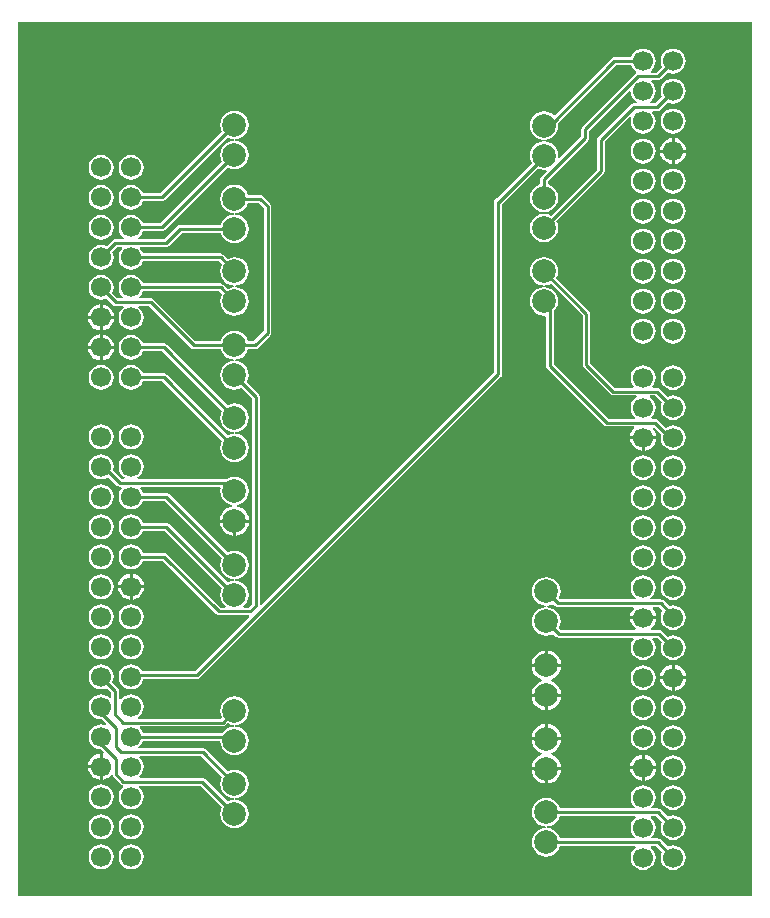
<source format=gtl>
G04 Layer_Physical_Order=1*
G04 Layer_Color=255*
%FSLAX44Y44*%
%MOMM*%
G71*
G01*
G75*
%ADD10C,0.2540*%
%ADD11C,1.7000*%
%ADD12C,2.0000*%
G36*
X1400000Y440000D02*
X779000D01*
Y461000D01*
Y1180000D01*
X1400000D01*
Y440000D01*
D02*
G37*
%LPC*%
G36*
X1333400Y1157591D02*
X1330659Y1157230D01*
X1328105Y1156172D01*
X1325911Y1154489D01*
X1324228Y1152295D01*
X1323170Y1149741D01*
X1322809Y1147000D01*
X1323170Y1144259D01*
X1323983Y1142298D01*
X1319019Y1137334D01*
X1314737D01*
X1314306Y1138604D01*
X1315489Y1139511D01*
X1317172Y1141705D01*
X1318230Y1144259D01*
X1318591Y1147000D01*
X1318230Y1149741D01*
X1317172Y1152295D01*
X1315489Y1154489D01*
X1313295Y1156172D01*
X1310741Y1157230D01*
X1308000Y1157591D01*
X1305259Y1157230D01*
X1302705Y1156172D01*
X1300511Y1154489D01*
X1298828Y1152295D01*
X1298016Y1150334D01*
X1283600D01*
X1282324Y1150080D01*
X1281243Y1149358D01*
X1232826Y1100941D01*
X1232559Y1100958D01*
X1230052Y1102882D01*
X1227133Y1104091D01*
X1224000Y1104504D01*
X1220867Y1104091D01*
X1217948Y1102882D01*
X1215442Y1100958D01*
X1213518Y1098452D01*
X1212309Y1095533D01*
X1211897Y1092400D01*
X1212309Y1089267D01*
X1213518Y1086348D01*
X1215442Y1083841D01*
X1217948Y1081918D01*
X1220867Y1080709D01*
X1223096Y1080415D01*
X1223665Y1080340D01*
Y1079060D01*
X1223096Y1078985D01*
X1220867Y1078691D01*
X1217948Y1077482D01*
X1215442Y1075558D01*
X1213518Y1073052D01*
X1212309Y1070133D01*
X1211897Y1067000D01*
X1212309Y1063867D01*
X1213518Y1060948D01*
X1213829Y1060544D01*
X1184525Y1031239D01*
X1183724Y1031080D01*
X1182643Y1030358D01*
X1181920Y1029276D01*
X1181666Y1028000D01*
Y883381D01*
X984604Y686319D01*
X983334Y686845D01*
Y863000D01*
X983080Y864276D01*
X982357Y865358D01*
X972565Y875150D01*
X973691Y877867D01*
X974104Y881000D01*
X973691Y884133D01*
X972482Y887052D01*
X970558Y889558D01*
X968052Y891482D01*
X965133Y892691D01*
X962904Y892984D01*
X962335Y893060D01*
Y894340D01*
X962904Y894416D01*
X965133Y894709D01*
X968052Y895918D01*
X970558Y897841D01*
X972482Y900348D01*
X973608Y903066D01*
X979400D01*
X980676Y903320D01*
X981758Y904043D01*
X992357Y914642D01*
X993080Y915724D01*
X993334Y917000D01*
Y1024000D01*
X993080Y1025276D01*
X992358Y1026357D01*
X985957Y1032757D01*
X984876Y1033480D01*
X983600Y1033734D01*
X973608D01*
X972482Y1036452D01*
X970558Y1038959D01*
X968052Y1040882D01*
X965133Y1042091D01*
X962000Y1042504D01*
X958867Y1042091D01*
X955948Y1040882D01*
X953441Y1038959D01*
X951518Y1036452D01*
X950309Y1033533D01*
X949896Y1030400D01*
X950309Y1027267D01*
X951518Y1024348D01*
X953441Y1021842D01*
X955948Y1019918D01*
X958867Y1018709D01*
X961096Y1018416D01*
X961665Y1018340D01*
Y1017060D01*
X961096Y1016984D01*
X958867Y1016691D01*
X955948Y1015482D01*
X953441Y1013559D01*
X951518Y1011052D01*
X950392Y1008334D01*
X916000D01*
X914724Y1008080D01*
X913642Y1007357D01*
X902619Y996334D01*
X880877D01*
X880446Y997604D01*
X881889Y998711D01*
X883572Y1000905D01*
X884384Y1002866D01*
X900600D01*
X901876Y1003120D01*
X902958Y1003842D01*
X956150Y1057035D01*
X958867Y1055909D01*
X962000Y1055496D01*
X965133Y1055909D01*
X968052Y1057118D01*
X970558Y1059042D01*
X972482Y1061548D01*
X973691Y1064467D01*
X974104Y1067600D01*
X973691Y1070733D01*
X972482Y1073652D01*
X970558Y1076159D01*
X968052Y1078082D01*
X965133Y1079291D01*
X962904Y1079585D01*
X962335Y1079660D01*
Y1080940D01*
X962904Y1081015D01*
X965133Y1081309D01*
X968052Y1082518D01*
X970558Y1084442D01*
X972482Y1086948D01*
X973691Y1089867D01*
X974104Y1093000D01*
X973691Y1096133D01*
X972482Y1099052D01*
X970558Y1101559D01*
X968052Y1103482D01*
X965133Y1104691D01*
X962000Y1105104D01*
X958867Y1104691D01*
X955948Y1103482D01*
X953441Y1101559D01*
X951518Y1099052D01*
X950309Y1096133D01*
X949896Y1093000D01*
X950309Y1089867D01*
X951435Y1087150D01*
X899219Y1034934D01*
X884384D01*
X883572Y1036895D01*
X881889Y1039089D01*
X879695Y1040772D01*
X877141Y1041830D01*
X874400Y1042191D01*
X871659Y1041830D01*
X869105Y1040772D01*
X866911Y1039089D01*
X865228Y1036895D01*
X864170Y1034341D01*
X863809Y1031600D01*
X864170Y1028859D01*
X865228Y1026305D01*
X866911Y1024111D01*
X869105Y1022428D01*
X871659Y1021370D01*
X874400Y1021009D01*
X877141Y1021370D01*
X879695Y1022428D01*
X881889Y1024111D01*
X883572Y1026305D01*
X884384Y1028266D01*
X900600D01*
X901876Y1028520D01*
X902958Y1029242D01*
X956150Y1082435D01*
X958867Y1081309D01*
X961096Y1081015D01*
X961665Y1080940D01*
Y1079660D01*
X961096Y1079585D01*
X958867Y1079291D01*
X955948Y1078082D01*
X953441Y1076159D01*
X951518Y1073652D01*
X950309Y1070733D01*
X949896Y1067600D01*
X950309Y1064467D01*
X951435Y1061750D01*
X899219Y1009534D01*
X884384D01*
X883572Y1011495D01*
X881889Y1013689D01*
X879695Y1015372D01*
X877141Y1016430D01*
X874400Y1016791D01*
X871659Y1016430D01*
X869105Y1015372D01*
X866911Y1013689D01*
X865228Y1011495D01*
X864170Y1008941D01*
X863809Y1006200D01*
X864170Y1003459D01*
X865228Y1000905D01*
X866911Y998711D01*
X868354Y997604D01*
X867923Y996334D01*
X861200D01*
X859924Y996080D01*
X858842Y995358D01*
X853702Y990217D01*
X851741Y991030D01*
X849000Y991391D01*
X846259Y991030D01*
X843705Y989972D01*
X841511Y988289D01*
X839828Y986095D01*
X838770Y983541D01*
X838409Y980800D01*
X838770Y978059D01*
X839828Y975505D01*
X841511Y973311D01*
X843705Y971628D01*
X846259Y970570D01*
X849000Y970209D01*
X851741Y970570D01*
X854295Y971628D01*
X856489Y973311D01*
X858172Y975505D01*
X859230Y978059D01*
X859591Y980800D01*
X859230Y983541D01*
X858417Y985502D01*
X862581Y989666D01*
X866731D01*
X867139Y988463D01*
X866911Y988289D01*
X865228Y986095D01*
X864170Y983541D01*
X863809Y980800D01*
X864170Y978059D01*
X865228Y975505D01*
X866911Y973311D01*
X869105Y971628D01*
X871659Y970570D01*
X874400Y970209D01*
X877141Y970570D01*
X879695Y971628D01*
X881889Y973311D01*
X883572Y975505D01*
X884384Y977466D01*
X948819D01*
X951435Y974850D01*
X950309Y972133D01*
X949896Y969000D01*
X950309Y965867D01*
X951518Y962948D01*
X953441Y960442D01*
X955948Y958518D01*
X958867Y957309D01*
X961096Y957016D01*
X961665Y956940D01*
Y955660D01*
X961096Y955584D01*
X958867Y955291D01*
X956150Y954165D01*
X952558Y957757D01*
X951476Y958480D01*
X950200Y958734D01*
X884384D01*
X883572Y960695D01*
X881889Y962889D01*
X879695Y964572D01*
X877141Y965630D01*
X874400Y965991D01*
X871659Y965630D01*
X869105Y964572D01*
X866911Y962889D01*
X865228Y960695D01*
X864170Y958141D01*
X863809Y955400D01*
X864170Y952659D01*
X865228Y950105D01*
X866911Y947911D01*
X867400Y947537D01*
X866991Y946334D01*
X862781D01*
X858417Y950698D01*
X859230Y952659D01*
X859591Y955400D01*
X859230Y958141D01*
X858172Y960695D01*
X856489Y962889D01*
X854295Y964572D01*
X851741Y965630D01*
X849000Y965991D01*
X846259Y965630D01*
X843705Y964572D01*
X841511Y962889D01*
X839828Y960695D01*
X838770Y958141D01*
X838409Y955400D01*
X838770Y952659D01*
X839828Y950105D01*
X841511Y947911D01*
X843705Y946228D01*
X846259Y945170D01*
X849000Y944809D01*
X851741Y945170D01*
X853702Y945983D01*
X859043Y940642D01*
X860124Y939920D01*
X861400Y939666D01*
X867663D01*
X868094Y938396D01*
X866911Y937489D01*
X865228Y935295D01*
X864170Y932741D01*
X863809Y930000D01*
X864170Y927259D01*
X865228Y924705D01*
X866911Y922511D01*
X869105Y920828D01*
X871659Y919770D01*
X874400Y919409D01*
X877141Y919770D01*
X879695Y920828D01*
X881889Y922511D01*
X883572Y924705D01*
X884630Y927259D01*
X884991Y930000D01*
X884630Y932741D01*
X883572Y935295D01*
X881889Y937489D01*
X880706Y938396D01*
X881137Y939666D01*
X889619D01*
X925242Y904043D01*
X926324Y903320D01*
X927600Y903066D01*
X950392D01*
X951518Y900348D01*
X953441Y897841D01*
X955948Y895918D01*
X958867Y894709D01*
X961096Y894416D01*
X961665Y894340D01*
Y893060D01*
X961096Y892984D01*
X958867Y892691D01*
X955948Y891482D01*
X953441Y889558D01*
X951518Y887052D01*
X950309Y884133D01*
X949896Y881000D01*
X950309Y877867D01*
X951518Y874948D01*
X953441Y872441D01*
X955948Y870518D01*
X958867Y869309D01*
X962000Y868896D01*
X965133Y869309D01*
X967850Y870435D01*
X976666Y861619D01*
Y687381D01*
X973619Y684334D01*
X969898D01*
X969467Y685604D01*
X970558Y686441D01*
X972482Y688948D01*
X973691Y691867D01*
X974103Y695000D01*
X973691Y698133D01*
X972482Y701052D01*
X970558Y703559D01*
X968052Y705482D01*
X965133Y706691D01*
X962904Y706984D01*
X962335Y707060D01*
Y708340D01*
X962904Y708416D01*
X965133Y708709D01*
X968052Y709918D01*
X970558Y711842D01*
X972482Y714348D01*
X973691Y717267D01*
X974103Y720400D01*
X973691Y723533D01*
X972482Y726452D01*
X970558Y728959D01*
X968052Y730882D01*
X965133Y732091D01*
X962000Y732504D01*
X958867Y732091D01*
X956150Y730965D01*
X906557Y780557D01*
X905476Y781280D01*
X904200Y781534D01*
X884384D01*
X883572Y783495D01*
X882136Y785366D01*
X882595Y786636D01*
X949245D01*
X950208Y785366D01*
X949896Y783000D01*
X950309Y779867D01*
X951518Y776948D01*
X953441Y774442D01*
X955948Y772518D01*
X958867Y771309D01*
X959597Y771213D01*
Y769932D01*
X958726Y769817D01*
X955676Y768554D01*
X953056Y766544D01*
X951046Y763924D01*
X949783Y760874D01*
X949519Y758870D01*
X962000D01*
X974481D01*
X974217Y760874D01*
X972954Y763924D01*
X970944Y766544D01*
X968324Y768554D01*
X965274Y769817D01*
X964403Y769932D01*
Y771213D01*
X965133Y771309D01*
X968052Y772518D01*
X970558Y774442D01*
X972482Y776948D01*
X973691Y779867D01*
X974104Y783000D01*
X973691Y786133D01*
X972482Y789052D01*
X970558Y791559D01*
X968052Y793482D01*
X965133Y794691D01*
X962000Y795104D01*
X958867Y794691D01*
X955948Y793482D01*
X955575Y793196D01*
X955030Y793304D01*
X880230D01*
X879969Y793853D01*
X879885Y794574D01*
X881889Y796111D01*
X883572Y798305D01*
X884630Y800859D01*
X884991Y803600D01*
X884630Y806341D01*
X883572Y808895D01*
X881889Y811089D01*
X879695Y812772D01*
X877141Y813830D01*
X874400Y814191D01*
X871659Y813830D01*
X869105Y812772D01*
X866911Y811089D01*
X865228Y808895D01*
X864170Y806341D01*
X863809Y803600D01*
X864170Y800859D01*
X865228Y798305D01*
X866911Y796111D01*
X868915Y794574D01*
X868831Y793853D01*
X868570Y793304D01*
X866411D01*
X859120Y800595D01*
X859230Y800859D01*
X859591Y803600D01*
X859230Y806341D01*
X858172Y808895D01*
X856489Y811089D01*
X854295Y812772D01*
X851741Y813830D01*
X849000Y814191D01*
X846259Y813830D01*
X843705Y812772D01*
X841511Y811089D01*
X839828Y808895D01*
X838770Y806341D01*
X838409Y803600D01*
X838770Y800859D01*
X839828Y798305D01*
X841511Y796111D01*
X843705Y794428D01*
X846259Y793370D01*
X849000Y793009D01*
X851741Y793370D01*
X854295Y794428D01*
X855179Y795106D01*
X862673Y787613D01*
X863754Y786890D01*
X865030Y786636D01*
X866205D01*
X866664Y785366D01*
X865228Y783495D01*
X864170Y780941D01*
X863809Y778200D01*
X864170Y775459D01*
X865228Y772905D01*
X866911Y770711D01*
X869105Y769028D01*
X871659Y767970D01*
X874400Y767609D01*
X877141Y767970D01*
X879695Y769028D01*
X881889Y770711D01*
X883572Y772905D01*
X884384Y774866D01*
X902819D01*
X951435Y726250D01*
X950309Y723533D01*
X949896Y720400D01*
X950309Y717267D01*
X951518Y714348D01*
X953441Y711842D01*
X955948Y709918D01*
X958867Y708709D01*
X961096Y708416D01*
X961665Y708340D01*
Y707060D01*
X961096Y706984D01*
X958867Y706691D01*
X956150Y705565D01*
X906557Y755157D01*
X905476Y755880D01*
X904200Y756134D01*
X884384D01*
X883572Y758095D01*
X881889Y760289D01*
X879695Y761972D01*
X877141Y763030D01*
X874400Y763391D01*
X871659Y763030D01*
X869105Y761972D01*
X866911Y760289D01*
X865228Y758095D01*
X864170Y755541D01*
X863809Y752800D01*
X864170Y750059D01*
X865228Y747505D01*
X866911Y745311D01*
X869105Y743628D01*
X871659Y742570D01*
X874400Y742209D01*
X877141Y742570D01*
X879695Y743628D01*
X881889Y745311D01*
X883572Y747505D01*
X884384Y749466D01*
X902819D01*
X951435Y700850D01*
X950309Y698133D01*
X949896Y695000D01*
X950309Y691867D01*
X951518Y688948D01*
X953441Y686441D01*
X954533Y685604D01*
X954102Y684334D01*
X950381D01*
X904958Y729758D01*
X903876Y730480D01*
X902600Y730734D01*
X884384D01*
X883572Y732695D01*
X881889Y734889D01*
X879695Y736572D01*
X877141Y737630D01*
X874400Y737991D01*
X871659Y737630D01*
X869105Y736572D01*
X866911Y734889D01*
X865228Y732695D01*
X864170Y730141D01*
X863809Y727400D01*
X864170Y724659D01*
X865228Y722105D01*
X866911Y719911D01*
X869105Y718228D01*
X871659Y717170D01*
X874400Y716809D01*
X877141Y717170D01*
X879695Y718228D01*
X881889Y719911D01*
X883572Y722105D01*
X884384Y724066D01*
X901219D01*
X946643Y678643D01*
X947724Y677920D01*
X949000Y677666D01*
X974155D01*
X974681Y676396D01*
X928619Y630334D01*
X883887D01*
X883572Y631095D01*
X881889Y633289D01*
X879695Y634972D01*
X877141Y636030D01*
X874400Y636391D01*
X871659Y636030D01*
X869105Y634972D01*
X866911Y633289D01*
X865228Y631095D01*
X864170Y628541D01*
X863809Y625800D01*
X864170Y623059D01*
X865228Y620505D01*
X866911Y618311D01*
X869105Y616628D01*
X871659Y615570D01*
X874400Y615209D01*
X877141Y615570D01*
X879695Y616628D01*
X881889Y618311D01*
X883572Y620505D01*
X884630Y623059D01*
X884710Y623666D01*
X930000D01*
X931276Y623920D01*
X932357Y624642D01*
X1187357Y879642D01*
X1188080Y880724D01*
X1188334Y882000D01*
Y1025619D01*
X1218857Y1056142D01*
X1220867Y1055309D01*
X1224000Y1054896D01*
X1225667Y1055116D01*
X1226260Y1053913D01*
X1221643Y1049296D01*
X1220920Y1048214D01*
X1220666Y1046938D01*
Y1042608D01*
X1217948Y1041482D01*
X1215442Y1039558D01*
X1213518Y1037052D01*
X1212309Y1034133D01*
X1211897Y1031000D01*
X1212309Y1027867D01*
X1213518Y1024948D01*
X1215442Y1022441D01*
X1217948Y1020518D01*
X1220867Y1019309D01*
X1223096Y1019016D01*
X1223665Y1018940D01*
Y1017660D01*
X1223096Y1017585D01*
X1220867Y1017291D01*
X1217948Y1016082D01*
X1215442Y1014158D01*
X1213518Y1011652D01*
X1212309Y1008733D01*
X1211897Y1005600D01*
X1212309Y1002467D01*
X1213518Y999548D01*
X1215442Y997041D01*
X1217948Y995118D01*
X1220867Y993909D01*
X1224000Y993496D01*
X1227133Y993909D01*
X1230052Y995118D01*
X1232559Y997041D01*
X1234482Y999548D01*
X1235691Y1002467D01*
X1236104Y1005600D01*
X1235691Y1008733D01*
X1234566Y1011450D01*
X1274358Y1051242D01*
X1275080Y1052324D01*
X1275334Y1053600D01*
Y1078619D01*
X1296919Y1100203D01*
X1297995Y1099484D01*
X1297770Y1098941D01*
X1297409Y1096200D01*
X1297770Y1093459D01*
X1298828Y1090905D01*
X1300511Y1088711D01*
X1302705Y1087028D01*
X1305259Y1085970D01*
X1308000Y1085609D01*
X1310741Y1085970D01*
X1313295Y1087028D01*
X1315489Y1088711D01*
X1317172Y1090905D01*
X1318230Y1093459D01*
X1318591Y1096200D01*
X1318230Y1098941D01*
X1317172Y1101495D01*
X1315713Y1103396D01*
X1316143Y1104666D01*
X1319800D01*
X1321076Y1104920D01*
X1322157Y1105642D01*
X1328698Y1112183D01*
X1330659Y1111370D01*
X1333400Y1111009D01*
X1336141Y1111370D01*
X1338695Y1112428D01*
X1340889Y1114111D01*
X1342572Y1116305D01*
X1343630Y1118859D01*
X1343991Y1121600D01*
X1343630Y1124341D01*
X1342572Y1126895D01*
X1340889Y1129089D01*
X1338695Y1130772D01*
X1336141Y1131830D01*
X1333400Y1132191D01*
X1330659Y1131830D01*
X1328105Y1130772D01*
X1325911Y1129089D01*
X1324228Y1126895D01*
X1323170Y1124341D01*
X1322809Y1121600D01*
X1323170Y1118859D01*
X1323983Y1116898D01*
X1318419Y1111334D01*
X1313860D01*
X1313687Y1111671D01*
X1313524Y1112604D01*
X1315489Y1114111D01*
X1317172Y1116305D01*
X1318230Y1118859D01*
X1318591Y1121600D01*
X1318230Y1124341D01*
X1317172Y1126895D01*
X1315489Y1129089D01*
X1315000Y1129463D01*
X1315409Y1130666D01*
X1320400D01*
X1321676Y1130920D01*
X1322758Y1131643D01*
X1328698Y1137583D01*
X1330659Y1136770D01*
X1333400Y1136409D01*
X1336141Y1136770D01*
X1338695Y1137828D01*
X1340889Y1139511D01*
X1342572Y1141705D01*
X1343630Y1144259D01*
X1343991Y1147000D01*
X1343630Y1149741D01*
X1342572Y1152295D01*
X1340889Y1154489D01*
X1338695Y1156172D01*
X1336141Y1157230D01*
X1333400Y1157591D01*
D02*
G37*
G36*
Y1106791D02*
X1330659Y1106430D01*
X1328105Y1105372D01*
X1325911Y1103689D01*
X1324228Y1101495D01*
X1323170Y1098941D01*
X1322809Y1096200D01*
X1323170Y1093459D01*
X1324228Y1090905D01*
X1325911Y1088711D01*
X1328105Y1087028D01*
X1330659Y1085970D01*
X1333400Y1085609D01*
X1336141Y1085970D01*
X1338695Y1087028D01*
X1340889Y1088711D01*
X1342572Y1090905D01*
X1343630Y1093459D01*
X1343991Y1096200D01*
X1343630Y1098941D01*
X1342572Y1101495D01*
X1340889Y1103689D01*
X1338695Y1105372D01*
X1336141Y1106430D01*
X1333400Y1106791D01*
D02*
G37*
G36*
X1334670Y1081768D02*
Y1072070D01*
X1344368D01*
X1344156Y1073682D01*
X1343043Y1076368D01*
X1341274Y1078674D01*
X1338968Y1080443D01*
X1336282Y1081556D01*
X1334670Y1081768D01*
D02*
G37*
G36*
X1332130D02*
X1330518Y1081556D01*
X1327832Y1080443D01*
X1325526Y1078674D01*
X1323757Y1076368D01*
X1322644Y1073682D01*
X1322432Y1072070D01*
X1332130D01*
Y1081768D01*
D02*
G37*
G36*
X1308000Y1081391D02*
X1305259Y1081030D01*
X1302705Y1079972D01*
X1300511Y1078289D01*
X1298828Y1076095D01*
X1297770Y1073541D01*
X1297409Y1070800D01*
X1297770Y1068059D01*
X1298828Y1065505D01*
X1300511Y1063311D01*
X1302705Y1061628D01*
X1305259Y1060570D01*
X1308000Y1060209D01*
X1310741Y1060570D01*
X1313295Y1061628D01*
X1315489Y1063311D01*
X1317172Y1065505D01*
X1318230Y1068059D01*
X1318591Y1070800D01*
X1318230Y1073541D01*
X1317172Y1076095D01*
X1315489Y1078289D01*
X1313295Y1079972D01*
X1310741Y1081030D01*
X1308000Y1081391D01*
D02*
G37*
G36*
X1344368Y1069530D02*
X1334670D01*
Y1059832D01*
X1336282Y1060044D01*
X1338968Y1061157D01*
X1341274Y1062926D01*
X1343043Y1065232D01*
X1344156Y1067918D01*
X1344368Y1069530D01*
D02*
G37*
G36*
X1332130D02*
X1322432D01*
X1322644Y1067918D01*
X1323757Y1065232D01*
X1325526Y1062926D01*
X1327832Y1061157D01*
X1330518Y1060044D01*
X1332130Y1059832D01*
Y1069530D01*
D02*
G37*
G36*
X874400Y1067591D02*
X871659Y1067230D01*
X869105Y1066172D01*
X866911Y1064489D01*
X865228Y1062295D01*
X864170Y1059741D01*
X863809Y1057000D01*
X864170Y1054259D01*
X865228Y1051705D01*
X866911Y1049511D01*
X869105Y1047828D01*
X871659Y1046770D01*
X874400Y1046409D01*
X877141Y1046770D01*
X879695Y1047828D01*
X881889Y1049511D01*
X883572Y1051705D01*
X884630Y1054259D01*
X884991Y1057000D01*
X884630Y1059741D01*
X883572Y1062295D01*
X881889Y1064489D01*
X879695Y1066172D01*
X877141Y1067230D01*
X874400Y1067591D01*
D02*
G37*
G36*
X849000D02*
X846259Y1067230D01*
X843705Y1066172D01*
X841511Y1064489D01*
X839828Y1062295D01*
X838770Y1059741D01*
X838409Y1057000D01*
X838770Y1054259D01*
X839828Y1051705D01*
X841511Y1049511D01*
X843705Y1047828D01*
X846259Y1046770D01*
X849000Y1046409D01*
X851741Y1046770D01*
X854295Y1047828D01*
X856489Y1049511D01*
X858172Y1051705D01*
X859230Y1054259D01*
X859591Y1057000D01*
X859230Y1059741D01*
X858172Y1062295D01*
X856489Y1064489D01*
X854295Y1066172D01*
X851741Y1067230D01*
X849000Y1067591D01*
D02*
G37*
G36*
X1333400Y1055991D02*
X1330659Y1055630D01*
X1328105Y1054572D01*
X1325911Y1052889D01*
X1324228Y1050695D01*
X1323170Y1048141D01*
X1322809Y1045400D01*
X1323170Y1042659D01*
X1324228Y1040105D01*
X1325911Y1037911D01*
X1328105Y1036228D01*
X1330659Y1035170D01*
X1333400Y1034809D01*
X1336141Y1035170D01*
X1338695Y1036228D01*
X1340889Y1037911D01*
X1342572Y1040105D01*
X1343630Y1042659D01*
X1343991Y1045400D01*
X1343630Y1048141D01*
X1342572Y1050695D01*
X1340889Y1052889D01*
X1338695Y1054572D01*
X1336141Y1055630D01*
X1333400Y1055991D01*
D02*
G37*
G36*
X1308000D02*
X1305259Y1055630D01*
X1302705Y1054572D01*
X1300511Y1052889D01*
X1298828Y1050695D01*
X1297770Y1048141D01*
X1297409Y1045400D01*
X1297770Y1042659D01*
X1298828Y1040105D01*
X1300511Y1037911D01*
X1302705Y1036228D01*
X1305259Y1035170D01*
X1308000Y1034809D01*
X1310741Y1035170D01*
X1313295Y1036228D01*
X1315489Y1037911D01*
X1317172Y1040105D01*
X1318230Y1042659D01*
X1318591Y1045400D01*
X1318230Y1048141D01*
X1317172Y1050695D01*
X1315489Y1052889D01*
X1313295Y1054572D01*
X1310741Y1055630D01*
X1308000Y1055991D01*
D02*
G37*
G36*
X849000Y1042191D02*
X846259Y1041830D01*
X843705Y1040772D01*
X841511Y1039089D01*
X839828Y1036895D01*
X838770Y1034341D01*
X838409Y1031600D01*
X838770Y1028859D01*
X839828Y1026305D01*
X841511Y1024111D01*
X843705Y1022428D01*
X846259Y1021370D01*
X849000Y1021009D01*
X851741Y1021370D01*
X854295Y1022428D01*
X856489Y1024111D01*
X858172Y1026305D01*
X859230Y1028859D01*
X859591Y1031600D01*
X859230Y1034341D01*
X858172Y1036895D01*
X856489Y1039089D01*
X854295Y1040772D01*
X851741Y1041830D01*
X849000Y1042191D01*
D02*
G37*
G36*
X1333400Y1030591D02*
X1330659Y1030230D01*
X1328105Y1029172D01*
X1325911Y1027489D01*
X1324228Y1025295D01*
X1323170Y1022741D01*
X1322809Y1020000D01*
X1323170Y1017259D01*
X1324228Y1014705D01*
X1325911Y1012511D01*
X1328105Y1010828D01*
X1330659Y1009770D01*
X1333400Y1009409D01*
X1336141Y1009770D01*
X1338695Y1010828D01*
X1340889Y1012511D01*
X1342572Y1014705D01*
X1343630Y1017259D01*
X1343991Y1020000D01*
X1343630Y1022741D01*
X1342572Y1025295D01*
X1340889Y1027489D01*
X1338695Y1029172D01*
X1336141Y1030230D01*
X1333400Y1030591D01*
D02*
G37*
G36*
X1308000D02*
X1305259Y1030230D01*
X1302705Y1029172D01*
X1300511Y1027489D01*
X1298828Y1025295D01*
X1297770Y1022741D01*
X1297409Y1020000D01*
X1297770Y1017259D01*
X1298828Y1014705D01*
X1300511Y1012511D01*
X1302705Y1010828D01*
X1305259Y1009770D01*
X1308000Y1009409D01*
X1310741Y1009770D01*
X1313295Y1010828D01*
X1315489Y1012511D01*
X1317172Y1014705D01*
X1318230Y1017259D01*
X1318591Y1020000D01*
X1318230Y1022741D01*
X1317172Y1025295D01*
X1315489Y1027489D01*
X1313295Y1029172D01*
X1310741Y1030230D01*
X1308000Y1030591D01*
D02*
G37*
G36*
X849000Y1016791D02*
X846259Y1016430D01*
X843705Y1015372D01*
X841511Y1013689D01*
X839828Y1011495D01*
X838770Y1008941D01*
X838409Y1006200D01*
X838770Y1003459D01*
X839828Y1000905D01*
X841511Y998711D01*
X843705Y997028D01*
X846259Y995970D01*
X849000Y995609D01*
X851741Y995970D01*
X854295Y997028D01*
X856489Y998711D01*
X858172Y1000905D01*
X859230Y1003459D01*
X859591Y1006200D01*
X859230Y1008941D01*
X858172Y1011495D01*
X856489Y1013689D01*
X854295Y1015372D01*
X851741Y1016430D01*
X849000Y1016791D01*
D02*
G37*
G36*
X1333400Y1005191D02*
X1330659Y1004830D01*
X1328105Y1003772D01*
X1325911Y1002089D01*
X1324228Y999895D01*
X1323170Y997341D01*
X1322809Y994600D01*
X1323170Y991859D01*
X1324228Y989305D01*
X1325911Y987111D01*
X1328105Y985428D01*
X1330659Y984370D01*
X1333400Y984009D01*
X1336141Y984370D01*
X1338695Y985428D01*
X1340889Y987111D01*
X1342572Y989305D01*
X1343630Y991859D01*
X1343991Y994600D01*
X1343630Y997341D01*
X1342572Y999895D01*
X1340889Y1002089D01*
X1338695Y1003772D01*
X1336141Y1004830D01*
X1333400Y1005191D01*
D02*
G37*
G36*
X1308000D02*
X1305259Y1004830D01*
X1302705Y1003772D01*
X1300511Y1002089D01*
X1298828Y999895D01*
X1297770Y997341D01*
X1297409Y994600D01*
X1297770Y991859D01*
X1298828Y989305D01*
X1300511Y987111D01*
X1302705Y985428D01*
X1305259Y984370D01*
X1308000Y984009D01*
X1310741Y984370D01*
X1313295Y985428D01*
X1315489Y987111D01*
X1317172Y989305D01*
X1318230Y991859D01*
X1318591Y994600D01*
X1318230Y997341D01*
X1317172Y999895D01*
X1315489Y1002089D01*
X1313295Y1003772D01*
X1310741Y1004830D01*
X1308000Y1005191D01*
D02*
G37*
G36*
X1333400Y979791D02*
X1330659Y979430D01*
X1328105Y978372D01*
X1325911Y976689D01*
X1324228Y974495D01*
X1323170Y971941D01*
X1322809Y969200D01*
X1323170Y966459D01*
X1324228Y963905D01*
X1325911Y961711D01*
X1328105Y960028D01*
X1330659Y958970D01*
X1333400Y958609D01*
X1336141Y958970D01*
X1338695Y960028D01*
X1340889Y961711D01*
X1342572Y963905D01*
X1343630Y966459D01*
X1343991Y969200D01*
X1343630Y971941D01*
X1342572Y974495D01*
X1340889Y976689D01*
X1338695Y978372D01*
X1336141Y979430D01*
X1333400Y979791D01*
D02*
G37*
G36*
X1308000D02*
X1305259Y979430D01*
X1302705Y978372D01*
X1300511Y976689D01*
X1298828Y974495D01*
X1297770Y971941D01*
X1297409Y969200D01*
X1297770Y966459D01*
X1298828Y963905D01*
X1300511Y961711D01*
X1302705Y960028D01*
X1305259Y958970D01*
X1308000Y958609D01*
X1310741Y958970D01*
X1313295Y960028D01*
X1315489Y961711D01*
X1317172Y963905D01*
X1318230Y966459D01*
X1318591Y969200D01*
X1318230Y971941D01*
X1317172Y974495D01*
X1315489Y976689D01*
X1313295Y978372D01*
X1310741Y979430D01*
X1308000Y979791D01*
D02*
G37*
G36*
X1333400Y954391D02*
X1330659Y954030D01*
X1328105Y952972D01*
X1325911Y951289D01*
X1324228Y949095D01*
X1323170Y946541D01*
X1322809Y943800D01*
X1323170Y941059D01*
X1324228Y938505D01*
X1325911Y936311D01*
X1328105Y934628D01*
X1330659Y933570D01*
X1333400Y933209D01*
X1336141Y933570D01*
X1338695Y934628D01*
X1340889Y936311D01*
X1342572Y938505D01*
X1343630Y941059D01*
X1343991Y943800D01*
X1343630Y946541D01*
X1342572Y949095D01*
X1340889Y951289D01*
X1338695Y952972D01*
X1336141Y954030D01*
X1333400Y954391D01*
D02*
G37*
G36*
X1308000D02*
X1305259Y954030D01*
X1302705Y952972D01*
X1300511Y951289D01*
X1298828Y949095D01*
X1297770Y946541D01*
X1297409Y943800D01*
X1297770Y941059D01*
X1298828Y938505D01*
X1300511Y936311D01*
X1302705Y934628D01*
X1305259Y933570D01*
X1308000Y933209D01*
X1310741Y933570D01*
X1313295Y934628D01*
X1315489Y936311D01*
X1317172Y938505D01*
X1318230Y941059D01*
X1318591Y943800D01*
X1318230Y946541D01*
X1317172Y949095D01*
X1315489Y951289D01*
X1313295Y952972D01*
X1310741Y954030D01*
X1308000Y954391D01*
D02*
G37*
G36*
X850270Y940968D02*
Y931270D01*
X859968D01*
X859756Y932882D01*
X858643Y935568D01*
X856874Y937874D01*
X854568Y939643D01*
X851882Y940756D01*
X850270Y940968D01*
D02*
G37*
G36*
X847730D02*
X846118Y940756D01*
X843432Y939643D01*
X841126Y937874D01*
X839357Y935568D01*
X838244Y932882D01*
X838032Y931270D01*
X847730D01*
Y940968D01*
D02*
G37*
G36*
X859968Y928730D02*
X850270D01*
Y919032D01*
X851882Y919244D01*
X854568Y920357D01*
X856874Y922126D01*
X858643Y924432D01*
X859756Y927118D01*
X859968Y928730D01*
D02*
G37*
G36*
X847730D02*
X838032D01*
X838244Y927118D01*
X839357Y924432D01*
X841126Y922126D01*
X843432Y920357D01*
X846118Y919244D01*
X847730Y919032D01*
Y928730D01*
D02*
G37*
G36*
X1333400Y928991D02*
X1330659Y928630D01*
X1328105Y927572D01*
X1325911Y925889D01*
X1324228Y923695D01*
X1323170Y921141D01*
X1322809Y918400D01*
X1323170Y915659D01*
X1324228Y913105D01*
X1325911Y910911D01*
X1328105Y909228D01*
X1330659Y908170D01*
X1333400Y907809D01*
X1336141Y908170D01*
X1338695Y909228D01*
X1340889Y910911D01*
X1342572Y913105D01*
X1343630Y915659D01*
X1343991Y918400D01*
X1343630Y921141D01*
X1342572Y923695D01*
X1340889Y925889D01*
X1338695Y927572D01*
X1336141Y928630D01*
X1333400Y928991D01*
D02*
G37*
G36*
X1308000D02*
X1305259Y928630D01*
X1302705Y927572D01*
X1300511Y925889D01*
X1298828Y923695D01*
X1297770Y921141D01*
X1297409Y918400D01*
X1297770Y915659D01*
X1298828Y913105D01*
X1300511Y910911D01*
X1302705Y909228D01*
X1305259Y908170D01*
X1308000Y907809D01*
X1310741Y908170D01*
X1313295Y909228D01*
X1315489Y910911D01*
X1317172Y913105D01*
X1318230Y915659D01*
X1318591Y918400D01*
X1318230Y921141D01*
X1317172Y923695D01*
X1315489Y925889D01*
X1313295Y927572D01*
X1310741Y928630D01*
X1308000Y928991D01*
D02*
G37*
G36*
X850270Y915568D02*
Y905870D01*
X859968D01*
X859756Y907482D01*
X858643Y910168D01*
X856874Y912474D01*
X854568Y914243D01*
X851882Y915356D01*
X850270Y915568D01*
D02*
G37*
G36*
X847730D02*
X846118Y915356D01*
X843432Y914243D01*
X841126Y912474D01*
X839357Y910168D01*
X838244Y907482D01*
X838032Y905870D01*
X847730D01*
Y915568D01*
D02*
G37*
G36*
X859968Y903330D02*
X850270D01*
Y893632D01*
X851882Y893844D01*
X854568Y894957D01*
X856874Y896726D01*
X858643Y899032D01*
X859756Y901718D01*
X859968Y903330D01*
D02*
G37*
G36*
X847730D02*
X838032D01*
X838244Y901718D01*
X839357Y899032D01*
X841126Y896726D01*
X843432Y894957D01*
X846118Y893844D01*
X847730Y893632D01*
Y903330D01*
D02*
G37*
G36*
X849000Y889791D02*
X846259Y889430D01*
X843705Y888372D01*
X841511Y886689D01*
X839828Y884495D01*
X838770Y881941D01*
X838409Y879200D01*
X838770Y876459D01*
X839828Y873905D01*
X841511Y871711D01*
X843705Y870028D01*
X846259Y868970D01*
X849000Y868609D01*
X851741Y868970D01*
X854295Y870028D01*
X856489Y871711D01*
X858172Y873905D01*
X859230Y876459D01*
X859591Y879200D01*
X859230Y881941D01*
X858172Y884495D01*
X856489Y886689D01*
X854295Y888372D01*
X851741Y889430D01*
X849000Y889791D01*
D02*
G37*
G36*
X1333400Y889591D02*
X1330659Y889230D01*
X1328105Y888172D01*
X1325911Y886489D01*
X1324228Y884295D01*
X1323170Y881741D01*
X1322809Y879000D01*
X1323170Y876259D01*
X1324228Y873705D01*
X1325911Y871511D01*
X1328105Y869828D01*
X1330659Y868770D01*
X1333400Y868409D01*
X1336141Y868770D01*
X1338695Y869828D01*
X1340889Y871511D01*
X1342572Y873705D01*
X1343630Y876259D01*
X1343991Y879000D01*
X1343630Y881741D01*
X1342572Y884295D01*
X1340889Y886489D01*
X1338695Y888172D01*
X1336141Y889230D01*
X1333400Y889591D01*
D02*
G37*
G36*
X1224000Y981104D02*
X1220867Y980691D01*
X1217948Y979482D01*
X1215442Y977559D01*
X1213518Y975052D01*
X1212309Y972133D01*
X1211897Y969000D01*
X1212309Y965867D01*
X1213518Y962948D01*
X1215442Y960442D01*
X1217948Y958518D01*
X1220867Y957309D01*
X1223096Y957016D01*
X1223665Y956940D01*
Y955660D01*
X1223096Y955584D01*
X1220867Y955291D01*
X1217948Y954082D01*
X1215442Y952159D01*
X1213518Y949652D01*
X1212309Y946733D01*
X1211897Y943600D01*
X1212309Y940467D01*
X1213518Y937548D01*
X1215442Y935042D01*
X1217948Y933118D01*
X1220867Y931909D01*
X1224000Y931496D01*
X1224711Y931590D01*
X1225666Y930753D01*
Y889000D01*
X1225920Y887724D01*
X1226643Y886642D01*
X1274642Y838643D01*
X1275724Y837920D01*
X1277000Y837666D01*
X1300226D01*
X1300634Y836463D01*
X1300126Y836074D01*
X1298357Y833768D01*
X1297244Y831082D01*
X1297032Y829470D01*
X1308000D01*
X1318968D01*
X1318756Y831082D01*
X1317643Y833768D01*
X1316020Y835883D01*
X1316161Y836652D01*
X1316450Y837232D01*
X1316974Y837311D01*
X1323221Y831064D01*
X1323170Y830941D01*
X1322809Y828200D01*
X1323170Y825459D01*
X1324228Y822905D01*
X1325911Y820711D01*
X1328105Y819028D01*
X1330659Y817970D01*
X1333400Y817609D01*
X1336141Y817970D01*
X1338695Y819028D01*
X1340889Y820711D01*
X1342572Y822905D01*
X1343630Y825459D01*
X1343991Y828200D01*
X1343630Y830941D01*
X1342572Y833495D01*
X1340889Y835689D01*
X1338695Y837372D01*
X1336141Y838430D01*
X1333400Y838791D01*
X1330659Y838430D01*
X1328105Y837372D01*
X1327108Y836607D01*
X1320358Y843357D01*
X1319276Y844080D01*
X1318000Y844334D01*
X1315259D01*
X1314828Y845604D01*
X1315489Y846111D01*
X1317172Y848305D01*
X1318230Y850859D01*
X1318591Y853600D01*
X1318230Y856341D01*
X1317172Y858895D01*
X1315489Y861089D01*
X1313485Y862626D01*
X1313569Y863347D01*
X1313830Y863896D01*
X1318389D01*
X1323983Y858302D01*
X1323170Y856341D01*
X1322809Y853600D01*
X1323170Y850859D01*
X1324228Y848305D01*
X1325911Y846111D01*
X1328105Y844428D01*
X1330659Y843370D01*
X1333400Y843009D01*
X1336141Y843370D01*
X1338695Y844428D01*
X1340889Y846111D01*
X1342572Y848305D01*
X1343630Y850859D01*
X1343991Y853600D01*
X1343630Y856341D01*
X1342572Y858895D01*
X1340889Y861089D01*
X1338695Y862772D01*
X1336141Y863830D01*
X1333400Y864191D01*
X1330659Y863830D01*
X1328698Y863017D01*
X1322128Y869587D01*
X1321046Y870310D01*
X1319770Y870564D01*
X1316195D01*
X1315736Y871834D01*
X1317172Y873705D01*
X1318230Y876259D01*
X1318591Y879000D01*
X1318230Y881741D01*
X1317172Y884295D01*
X1315489Y886489D01*
X1313295Y888172D01*
X1310741Y889230D01*
X1308000Y889591D01*
X1305259Y889230D01*
X1302705Y888172D01*
X1300511Y886489D01*
X1298828Y884295D01*
X1297770Y881741D01*
X1297409Y879000D01*
X1297770Y876259D01*
X1298828Y873705D01*
X1300264Y871834D01*
X1299805Y870564D01*
X1284151D01*
X1263334Y891382D01*
X1263334Y933000D01*
X1263080Y934276D01*
X1262358Y935358D01*
X1262357Y935358D01*
X1234565Y963150D01*
X1235691Y965867D01*
X1236104Y969000D01*
X1235691Y972133D01*
X1234482Y975052D01*
X1232559Y977559D01*
X1230052Y979482D01*
X1227133Y980691D01*
X1224000Y981104D01*
D02*
G37*
G36*
X874400Y915191D02*
X871659Y914830D01*
X869105Y913772D01*
X866911Y912089D01*
X865228Y909895D01*
X864170Y907341D01*
X863809Y904600D01*
X864170Y901859D01*
X865228Y899305D01*
X866911Y897111D01*
X869105Y895428D01*
X871659Y894370D01*
X874400Y894009D01*
X877141Y894370D01*
X879695Y895428D01*
X881889Y897111D01*
X883572Y899305D01*
X884384Y901266D01*
X901019D01*
X951435Y850850D01*
X950309Y848133D01*
X949896Y845000D01*
X950309Y841867D01*
X951518Y838948D01*
X953441Y836441D01*
X955948Y834518D01*
X958867Y833309D01*
X961096Y833016D01*
X961665Y832940D01*
Y831660D01*
X961096Y831584D01*
X958867Y831291D01*
X956150Y830165D01*
X904758Y881557D01*
X903676Y882280D01*
X902400Y882534D01*
X884384D01*
X883572Y884495D01*
X881889Y886689D01*
X879695Y888372D01*
X877141Y889430D01*
X874400Y889791D01*
X871659Y889430D01*
X869105Y888372D01*
X866911Y886689D01*
X865228Y884495D01*
X864170Y881941D01*
X863809Y879200D01*
X864170Y876459D01*
X865228Y873905D01*
X866911Y871711D01*
X869105Y870028D01*
X871659Y868970D01*
X874400Y868609D01*
X877141Y868970D01*
X879695Y870028D01*
X881889Y871711D01*
X883572Y873905D01*
X884384Y875866D01*
X901019D01*
X951435Y825450D01*
X950309Y822733D01*
X949896Y819600D01*
X950309Y816467D01*
X951518Y813548D01*
X953441Y811041D01*
X955948Y809118D01*
X958867Y807909D01*
X962000Y807496D01*
X965133Y807909D01*
X968052Y809118D01*
X970558Y811041D01*
X972482Y813548D01*
X973691Y816467D01*
X974104Y819600D01*
X973691Y822733D01*
X972482Y825652D01*
X970558Y828158D01*
X968052Y830082D01*
X965133Y831291D01*
X962904Y831584D01*
X962335Y831660D01*
Y832940D01*
X962904Y833016D01*
X965133Y833309D01*
X968052Y834518D01*
X970558Y836441D01*
X972482Y838948D01*
X973691Y841867D01*
X974104Y845000D01*
X973691Y848133D01*
X972482Y851052D01*
X970558Y853559D01*
X968052Y855482D01*
X965133Y856691D01*
X962000Y857104D01*
X958867Y856691D01*
X956150Y855565D01*
X904758Y906957D01*
X903676Y907680D01*
X902400Y907934D01*
X884384D01*
X883572Y909895D01*
X881889Y912089D01*
X879695Y913772D01*
X877141Y914830D01*
X874400Y915191D01*
D02*
G37*
G36*
Y839591D02*
X871659Y839230D01*
X869105Y838172D01*
X866911Y836489D01*
X865228Y834295D01*
X864170Y831741D01*
X863809Y829000D01*
X864170Y826259D01*
X865228Y823705D01*
X866911Y821511D01*
X869105Y819828D01*
X871659Y818770D01*
X874400Y818409D01*
X877141Y818770D01*
X879695Y819828D01*
X881889Y821511D01*
X883572Y823705D01*
X884630Y826259D01*
X884991Y829000D01*
X884630Y831741D01*
X883572Y834295D01*
X881889Y836489D01*
X879695Y838172D01*
X877141Y839230D01*
X874400Y839591D01*
D02*
G37*
G36*
X849000D02*
X846259Y839230D01*
X843705Y838172D01*
X841511Y836489D01*
X839828Y834295D01*
X838770Y831741D01*
X838409Y829000D01*
X838770Y826259D01*
X839828Y823705D01*
X841511Y821511D01*
X843705Y819828D01*
X846259Y818770D01*
X849000Y818409D01*
X851741Y818770D01*
X854295Y819828D01*
X856489Y821511D01*
X858172Y823705D01*
X859230Y826259D01*
X859591Y829000D01*
X859230Y831741D01*
X858172Y834295D01*
X856489Y836489D01*
X854295Y838172D01*
X851741Y839230D01*
X849000Y839591D01*
D02*
G37*
G36*
X1318968Y826930D02*
X1309270D01*
Y817232D01*
X1310882Y817444D01*
X1313568Y818557D01*
X1315874Y820326D01*
X1317643Y822632D01*
X1318756Y825318D01*
X1318968Y826930D01*
D02*
G37*
G36*
X1306730D02*
X1297032D01*
X1297244Y825318D01*
X1298357Y822632D01*
X1300126Y820326D01*
X1302432Y818557D01*
X1305118Y817444D01*
X1306730Y817232D01*
Y826930D01*
D02*
G37*
G36*
X1333400Y813391D02*
X1330659Y813030D01*
X1328105Y811972D01*
X1325911Y810289D01*
X1324228Y808095D01*
X1323170Y805541D01*
X1322809Y802800D01*
X1323170Y800059D01*
X1324228Y797505D01*
X1325911Y795311D01*
X1328105Y793628D01*
X1330659Y792570D01*
X1333400Y792209D01*
X1336141Y792570D01*
X1338695Y793628D01*
X1340889Y795311D01*
X1342572Y797505D01*
X1343630Y800059D01*
X1343991Y802800D01*
X1343630Y805541D01*
X1342572Y808095D01*
X1340889Y810289D01*
X1338695Y811972D01*
X1336141Y813030D01*
X1333400Y813391D01*
D02*
G37*
G36*
X1308000D02*
X1305259Y813030D01*
X1302705Y811972D01*
X1300511Y810289D01*
X1298828Y808095D01*
X1297770Y805541D01*
X1297409Y802800D01*
X1297770Y800059D01*
X1298828Y797505D01*
X1300511Y795311D01*
X1302705Y793628D01*
X1305259Y792570D01*
X1308000Y792209D01*
X1310741Y792570D01*
X1313295Y793628D01*
X1315489Y795311D01*
X1317172Y797505D01*
X1318230Y800059D01*
X1318591Y802800D01*
X1318230Y805541D01*
X1317172Y808095D01*
X1315489Y810289D01*
X1313295Y811972D01*
X1310741Y813030D01*
X1308000Y813391D01*
D02*
G37*
G36*
X849000Y788791D02*
X846259Y788430D01*
X843705Y787372D01*
X841511Y785689D01*
X839828Y783495D01*
X838770Y780941D01*
X838409Y778200D01*
X838770Y775459D01*
X839828Y772905D01*
X841511Y770711D01*
X843705Y769028D01*
X846259Y767970D01*
X849000Y767609D01*
X851741Y767970D01*
X854295Y769028D01*
X856489Y770711D01*
X858172Y772905D01*
X859230Y775459D01*
X859591Y778200D01*
X859230Y780941D01*
X858172Y783495D01*
X856489Y785689D01*
X854295Y787372D01*
X851741Y788430D01*
X849000Y788791D01*
D02*
G37*
G36*
X1333400Y787991D02*
X1330659Y787630D01*
X1328105Y786572D01*
X1325911Y784889D01*
X1324228Y782695D01*
X1323170Y780141D01*
X1322809Y777400D01*
X1323170Y774659D01*
X1324228Y772105D01*
X1325911Y769911D01*
X1328105Y768228D01*
X1330659Y767170D01*
X1333400Y766809D01*
X1336141Y767170D01*
X1338695Y768228D01*
X1340889Y769911D01*
X1342572Y772105D01*
X1343630Y774659D01*
X1343991Y777400D01*
X1343630Y780141D01*
X1342572Y782695D01*
X1340889Y784889D01*
X1338695Y786572D01*
X1336141Y787630D01*
X1333400Y787991D01*
D02*
G37*
G36*
X1308000D02*
X1305259Y787630D01*
X1302705Y786572D01*
X1300511Y784889D01*
X1298828Y782695D01*
X1297770Y780141D01*
X1297409Y777400D01*
X1297770Y774659D01*
X1298828Y772105D01*
X1300511Y769911D01*
X1302705Y768228D01*
X1305259Y767170D01*
X1308000Y766809D01*
X1310741Y767170D01*
X1313295Y768228D01*
X1315489Y769911D01*
X1317172Y772105D01*
X1318230Y774659D01*
X1318591Y777400D01*
X1318230Y780141D01*
X1317172Y782695D01*
X1315489Y784889D01*
X1313295Y786572D01*
X1310741Y787630D01*
X1308000Y787991D01*
D02*
G37*
G36*
X974481Y756330D02*
X963270D01*
Y745119D01*
X965274Y745383D01*
X968324Y746646D01*
X970944Y748656D01*
X972954Y751276D01*
X974217Y754326D01*
X974481Y756330D01*
D02*
G37*
G36*
X960730D02*
X949519D01*
X949783Y754326D01*
X951046Y751276D01*
X953056Y748656D01*
X955676Y746646D01*
X958726Y745383D01*
X960730Y745119D01*
Y756330D01*
D02*
G37*
G36*
X849000Y763391D02*
X846259Y763030D01*
X843705Y761972D01*
X841511Y760289D01*
X839828Y758095D01*
X838770Y755541D01*
X838409Y752800D01*
X838770Y750059D01*
X839828Y747505D01*
X841511Y745311D01*
X843705Y743628D01*
X846259Y742570D01*
X849000Y742209D01*
X851741Y742570D01*
X854295Y743628D01*
X856489Y745311D01*
X858172Y747505D01*
X859230Y750059D01*
X859591Y752800D01*
X859230Y755541D01*
X858172Y758095D01*
X856489Y760289D01*
X854295Y761972D01*
X851741Y763030D01*
X849000Y763391D01*
D02*
G37*
G36*
X1333400Y762591D02*
X1330659Y762230D01*
X1328105Y761172D01*
X1325911Y759489D01*
X1324228Y757295D01*
X1323170Y754741D01*
X1322809Y752000D01*
X1323170Y749259D01*
X1324228Y746705D01*
X1325911Y744511D01*
X1328105Y742828D01*
X1330659Y741770D01*
X1333400Y741409D01*
X1336141Y741770D01*
X1338695Y742828D01*
X1340889Y744511D01*
X1342572Y746705D01*
X1343630Y749259D01*
X1343991Y752000D01*
X1343630Y754741D01*
X1342572Y757295D01*
X1340889Y759489D01*
X1338695Y761172D01*
X1336141Y762230D01*
X1333400Y762591D01*
D02*
G37*
G36*
X1308000D02*
X1305259Y762230D01*
X1302705Y761172D01*
X1300511Y759489D01*
X1298828Y757295D01*
X1297770Y754741D01*
X1297409Y752000D01*
X1297770Y749259D01*
X1298828Y746705D01*
X1300511Y744511D01*
X1302705Y742828D01*
X1305259Y741770D01*
X1308000Y741409D01*
X1310741Y741770D01*
X1313295Y742828D01*
X1315489Y744511D01*
X1317172Y746705D01*
X1318230Y749259D01*
X1318591Y752000D01*
X1318230Y754741D01*
X1317172Y757295D01*
X1315489Y759489D01*
X1313295Y761172D01*
X1310741Y762230D01*
X1308000Y762591D01*
D02*
G37*
G36*
X849000Y737991D02*
X846259Y737630D01*
X843705Y736572D01*
X841511Y734889D01*
X839828Y732695D01*
X838770Y730141D01*
X838409Y727400D01*
X838770Y724659D01*
X839828Y722105D01*
X841511Y719911D01*
X843705Y718228D01*
X846259Y717170D01*
X849000Y716809D01*
X851741Y717170D01*
X854295Y718228D01*
X856489Y719911D01*
X858172Y722105D01*
X859230Y724659D01*
X859591Y727400D01*
X859230Y730141D01*
X858172Y732695D01*
X856489Y734889D01*
X854295Y736572D01*
X851741Y737630D01*
X849000Y737991D01*
D02*
G37*
G36*
X1333400Y737191D02*
X1330659Y736830D01*
X1328105Y735772D01*
X1325911Y734089D01*
X1324228Y731895D01*
X1323170Y729341D01*
X1322809Y726600D01*
X1323170Y723859D01*
X1324228Y721305D01*
X1325911Y719111D01*
X1328105Y717428D01*
X1330659Y716370D01*
X1333400Y716009D01*
X1336141Y716370D01*
X1338695Y717428D01*
X1340889Y719111D01*
X1342572Y721305D01*
X1343630Y723859D01*
X1343991Y726600D01*
X1343630Y729341D01*
X1342572Y731895D01*
X1340889Y734089D01*
X1338695Y735772D01*
X1336141Y736830D01*
X1333400Y737191D01*
D02*
G37*
G36*
X1308000D02*
X1305259Y736830D01*
X1302705Y735772D01*
X1300511Y734089D01*
X1298828Y731895D01*
X1297770Y729341D01*
X1297409Y726600D01*
X1297770Y723859D01*
X1298828Y721305D01*
X1300511Y719111D01*
X1302705Y717428D01*
X1305259Y716370D01*
X1308000Y716009D01*
X1310741Y716370D01*
X1313295Y717428D01*
X1315489Y719111D01*
X1317172Y721305D01*
X1318230Y723859D01*
X1318591Y726600D01*
X1318230Y729341D01*
X1317172Y731895D01*
X1315489Y734089D01*
X1313295Y735772D01*
X1310741Y736830D01*
X1308000Y737191D01*
D02*
G37*
G36*
X875670Y712968D02*
Y703270D01*
X885368D01*
X885156Y704882D01*
X884043Y707568D01*
X882274Y709874D01*
X879968Y711643D01*
X877282Y712756D01*
X875670Y712968D01*
D02*
G37*
G36*
X873130Y712968D02*
X871518Y712756D01*
X868832Y711643D01*
X866526Y709874D01*
X864757Y707568D01*
X863644Y704882D01*
X863432Y703270D01*
X873130D01*
Y712968D01*
D02*
G37*
G36*
X849000Y712591D02*
X846259Y712230D01*
X843705Y711172D01*
X841511Y709489D01*
X839828Y707295D01*
X838770Y704741D01*
X838409Y702000D01*
X838770Y699259D01*
X839828Y696705D01*
X841511Y694511D01*
X843705Y692828D01*
X846259Y691770D01*
X849000Y691409D01*
X851741Y691770D01*
X854295Y692828D01*
X856489Y694511D01*
X858172Y696705D01*
X859230Y699259D01*
X859591Y702000D01*
X859230Y704741D01*
X858172Y707295D01*
X856489Y709489D01*
X854295Y711172D01*
X851741Y712230D01*
X849000Y712591D01*
D02*
G37*
G36*
X1308000Y711791D02*
X1305259Y711430D01*
X1302705Y710372D01*
X1300511Y708689D01*
X1298828Y706495D01*
X1297770Y703941D01*
X1297409Y701200D01*
X1297770Y698459D01*
X1298828Y695905D01*
X1300511Y693711D01*
X1301954Y692604D01*
X1301523Y691334D01*
X1237409D01*
X1236624Y692290D01*
X1237691Y694867D01*
X1238104Y698000D01*
X1237691Y701133D01*
X1236482Y704052D01*
X1234558Y706559D01*
X1232052Y708482D01*
X1229133Y709691D01*
X1226000Y710104D01*
X1222867Y709691D01*
X1219948Y708482D01*
X1217441Y706559D01*
X1215518Y704052D01*
X1214309Y701133D01*
X1213896Y698000D01*
X1214309Y694867D01*
X1215518Y691948D01*
X1217441Y689442D01*
X1219948Y687518D01*
X1222867Y686309D01*
X1225096Y686015D01*
X1225666Y685940D01*
Y684660D01*
X1225096Y684585D01*
X1222867Y684291D01*
X1219948Y683082D01*
X1217441Y681159D01*
X1215518Y678652D01*
X1214309Y675733D01*
X1213896Y672600D01*
X1214309Y669467D01*
X1215518Y666548D01*
X1217441Y664042D01*
X1219948Y662118D01*
X1222867Y660909D01*
X1226000Y660496D01*
X1229133Y660909D01*
X1231850Y662035D01*
X1234072Y659812D01*
X1235154Y659090D01*
X1236430Y658836D01*
X1299805D01*
X1300264Y657566D01*
X1298828Y655695D01*
X1297770Y653141D01*
X1297409Y650400D01*
X1297770Y647659D01*
X1298828Y645105D01*
X1300511Y642911D01*
X1302705Y641228D01*
X1305259Y640170D01*
X1308000Y639809D01*
X1310741Y640170D01*
X1313295Y641228D01*
X1315489Y642911D01*
X1317172Y645105D01*
X1318230Y647659D01*
X1318591Y650400D01*
X1318230Y653141D01*
X1317172Y655695D01*
X1315736Y657566D01*
X1316195Y658836D01*
X1320249D01*
X1323983Y655102D01*
X1323170Y653141D01*
X1322809Y650400D01*
X1323170Y647659D01*
X1324228Y645105D01*
X1325911Y642911D01*
X1328105Y641228D01*
X1330659Y640170D01*
X1333400Y639809D01*
X1336141Y640170D01*
X1338695Y641228D01*
X1340889Y642911D01*
X1342572Y645105D01*
X1343630Y647659D01*
X1343991Y650400D01*
X1343630Y653141D01*
X1342572Y655695D01*
X1340889Y657889D01*
X1338695Y659572D01*
X1336141Y660630D01*
X1333400Y660991D01*
X1330659Y660630D01*
X1328698Y659817D01*
X1323987Y664528D01*
X1322906Y665250D01*
X1321630Y665504D01*
X1314803D01*
X1314372Y666774D01*
X1315874Y667926D01*
X1317643Y670232D01*
X1318756Y672918D01*
X1318968Y674530D01*
X1308000D01*
X1297032D01*
X1297244Y672918D01*
X1298357Y670232D01*
X1300126Y667926D01*
X1301628Y666774D01*
X1301196Y665504D01*
X1237811D01*
X1236565Y666750D01*
X1237691Y669467D01*
X1238104Y672600D01*
X1237691Y675733D01*
X1236482Y678652D01*
X1234558Y681159D01*
X1232052Y683082D01*
X1229133Y684291D01*
X1226905Y684585D01*
X1226335Y684660D01*
Y685940D01*
X1226904Y686015D01*
X1229133Y686309D01*
X1231850Y687435D01*
X1233643Y685642D01*
X1234724Y684920D01*
X1236000Y684666D01*
X1299498D01*
X1299913Y683396D01*
X1298357Y681368D01*
X1297244Y678682D01*
X1297032Y677070D01*
X1308000D01*
X1318968D01*
X1318756Y678682D01*
X1317643Y681368D01*
X1316087Y683396D01*
X1316502Y684666D01*
X1321619D01*
X1324646Y681639D01*
X1324228Y681095D01*
X1323170Y678541D01*
X1322809Y675800D01*
X1323170Y673059D01*
X1324228Y670505D01*
X1325911Y668311D01*
X1328105Y666628D01*
X1330659Y665570D01*
X1333400Y665209D01*
X1336141Y665570D01*
X1338695Y666628D01*
X1340889Y668311D01*
X1342572Y670505D01*
X1343630Y673059D01*
X1343991Y675800D01*
X1343630Y678541D01*
X1342572Y681095D01*
X1340889Y683289D01*
X1338695Y684972D01*
X1336141Y686030D01*
X1333400Y686391D01*
X1330659Y686030D01*
X1329971Y685745D01*
X1325358Y690358D01*
X1324276Y691080D01*
X1323000Y691334D01*
X1314477D01*
X1314046Y692604D01*
X1315489Y693711D01*
X1317172Y695905D01*
X1318230Y698459D01*
X1318591Y701200D01*
X1318230Y703941D01*
X1317172Y706495D01*
X1315489Y708689D01*
X1313295Y710372D01*
X1310741Y711430D01*
X1308000Y711791D01*
D02*
G37*
G36*
X873130Y700730D02*
X863432D01*
X863644Y699118D01*
X864757Y696432D01*
X866526Y694126D01*
X868832Y692357D01*
X871518Y691244D01*
X873130Y691032D01*
Y700730D01*
D02*
G37*
G36*
X885368D02*
X875670D01*
Y691032D01*
X877282Y691244D01*
X879968Y692357D01*
X882274Y694126D01*
X884043Y696432D01*
X885156Y699118D01*
X885368Y700730D01*
D02*
G37*
G36*
X1333400Y711791D02*
X1330659Y711430D01*
X1328105Y710372D01*
X1325911Y708689D01*
X1324228Y706495D01*
X1323170Y703941D01*
X1322809Y701200D01*
X1323170Y698459D01*
X1324228Y695905D01*
X1325911Y693711D01*
X1328105Y692028D01*
X1330659Y690970D01*
X1333400Y690609D01*
X1336141Y690970D01*
X1338695Y692028D01*
X1340889Y693711D01*
X1342572Y695905D01*
X1343630Y698459D01*
X1343991Y701200D01*
X1343630Y703941D01*
X1342572Y706495D01*
X1340889Y708689D01*
X1338695Y710372D01*
X1336141Y711430D01*
X1333400Y711791D01*
D02*
G37*
G36*
X874400Y687191D02*
X871659Y686830D01*
X869105Y685772D01*
X866911Y684089D01*
X865228Y681895D01*
X864170Y679341D01*
X863809Y676600D01*
X864170Y673859D01*
X865228Y671305D01*
X866911Y669111D01*
X869105Y667428D01*
X871659Y666370D01*
X874400Y666009D01*
X877141Y666370D01*
X879695Y667428D01*
X881889Y669111D01*
X883572Y671305D01*
X884630Y673859D01*
X884991Y676600D01*
X884630Y679341D01*
X883572Y681895D01*
X881889Y684089D01*
X879695Y685772D01*
X877141Y686830D01*
X874400Y687191D01*
D02*
G37*
G36*
X849000D02*
X846259Y686830D01*
X843705Y685772D01*
X841511Y684089D01*
X839828Y681895D01*
X838770Y679341D01*
X838409Y676600D01*
X838770Y673859D01*
X839828Y671305D01*
X841511Y669111D01*
X843705Y667428D01*
X846259Y666370D01*
X849000Y666009D01*
X851741Y666370D01*
X854295Y667428D01*
X856489Y669111D01*
X858172Y671305D01*
X859230Y673859D01*
X859591Y676600D01*
X859230Y679341D01*
X858172Y681895D01*
X856489Y684089D01*
X854295Y685772D01*
X851741Y686830D01*
X849000Y687191D01*
D02*
G37*
G36*
X874400Y661791D02*
X871659Y661430D01*
X869105Y660372D01*
X866911Y658689D01*
X865228Y656495D01*
X864170Y653941D01*
X863809Y651200D01*
X864170Y648459D01*
X865228Y645905D01*
X866911Y643711D01*
X869105Y642028D01*
X871659Y640970D01*
X874400Y640609D01*
X877141Y640970D01*
X879695Y642028D01*
X881889Y643711D01*
X883572Y645905D01*
X884630Y648459D01*
X884991Y651200D01*
X884630Y653941D01*
X883572Y656495D01*
X881889Y658689D01*
X879695Y660372D01*
X877141Y661430D01*
X874400Y661791D01*
D02*
G37*
G36*
X849000D02*
X846259Y661430D01*
X843705Y660372D01*
X841511Y658689D01*
X839828Y656495D01*
X838770Y653941D01*
X838409Y651200D01*
X838770Y648459D01*
X839828Y645905D01*
X841511Y643711D01*
X843705Y642028D01*
X846259Y640970D01*
X849000Y640609D01*
X851741Y640970D01*
X854295Y642028D01*
X856489Y643711D01*
X858172Y645905D01*
X859230Y648459D01*
X859591Y651200D01*
X859230Y653941D01*
X858172Y656495D01*
X856489Y658689D01*
X854295Y660372D01*
X851741Y661430D01*
X849000Y661791D01*
D02*
G37*
G36*
X1227270Y647881D02*
Y636670D01*
X1238481D01*
X1238217Y638674D01*
X1236954Y641724D01*
X1234944Y644344D01*
X1232324Y646354D01*
X1229274Y647617D01*
X1227270Y647881D01*
D02*
G37*
G36*
X1224730D02*
X1222726Y647617D01*
X1219676Y646354D01*
X1217056Y644344D01*
X1215046Y641724D01*
X1213783Y638674D01*
X1213519Y636670D01*
X1224730D01*
Y647881D01*
D02*
G37*
G36*
X1334670Y635968D02*
Y626270D01*
X1344368D01*
X1344156Y627882D01*
X1343043Y630568D01*
X1341274Y632874D01*
X1338968Y634643D01*
X1336282Y635756D01*
X1334670Y635968D01*
D02*
G37*
G36*
X1332130D02*
X1330518Y635756D01*
X1327832Y634643D01*
X1325526Y632874D01*
X1323757Y630568D01*
X1322644Y627882D01*
X1322432Y626270D01*
X1332130D01*
Y635968D01*
D02*
G37*
G36*
X1308000Y635591D02*
X1305259Y635230D01*
X1302705Y634172D01*
X1300511Y632489D01*
X1298828Y630295D01*
X1297770Y627741D01*
X1297409Y625000D01*
X1297770Y622259D01*
X1298828Y619705D01*
X1300511Y617511D01*
X1302705Y615828D01*
X1305259Y614770D01*
X1308000Y614409D01*
X1310741Y614770D01*
X1313295Y615828D01*
X1315489Y617511D01*
X1317172Y619705D01*
X1318230Y622259D01*
X1318591Y625000D01*
X1318230Y627741D01*
X1317172Y630295D01*
X1315489Y632489D01*
X1313295Y634172D01*
X1310741Y635230D01*
X1308000Y635591D01*
D02*
G37*
G36*
X1344368Y623730D02*
X1334670D01*
Y614032D01*
X1336282Y614244D01*
X1338968Y615357D01*
X1341274Y617126D01*
X1343043Y619432D01*
X1344156Y622118D01*
X1344368Y623730D01*
D02*
G37*
G36*
X1332130D02*
X1322432D01*
X1322644Y622118D01*
X1323757Y619432D01*
X1325526Y617126D01*
X1327832Y615357D01*
X1330518Y614244D01*
X1332130Y614032D01*
Y623730D01*
D02*
G37*
G36*
X1238481Y634130D02*
X1226000D01*
X1213519D01*
X1213783Y632126D01*
X1215046Y629076D01*
X1217056Y626456D01*
X1219676Y624446D01*
X1222233Y623387D01*
Y622013D01*
X1219676Y620954D01*
X1217056Y618944D01*
X1215046Y616324D01*
X1213783Y613274D01*
X1213519Y611270D01*
X1226000D01*
X1238481D01*
X1238217Y613274D01*
X1236954Y616324D01*
X1234944Y618944D01*
X1232324Y620954D01*
X1229767Y622013D01*
Y623387D01*
X1232324Y624446D01*
X1234944Y626456D01*
X1236954Y629076D01*
X1238217Y632126D01*
X1238481Y634130D01*
D02*
G37*
G36*
X849000Y636391D02*
X846259Y636030D01*
X843705Y634972D01*
X841511Y633289D01*
X839828Y631095D01*
X838770Y628541D01*
X838409Y625800D01*
X838770Y623059D01*
X839828Y620505D01*
X841511Y618311D01*
X843705Y616628D01*
X846259Y615570D01*
X849000Y615209D01*
X851741Y615570D01*
X853702Y616383D01*
X857666Y612419D01*
Y608288D01*
X857066Y608084D01*
X856396Y607960D01*
X854295Y609572D01*
X851741Y610630D01*
X849000Y610991D01*
X846259Y610630D01*
X843705Y609572D01*
X841511Y607889D01*
X839828Y605695D01*
X838770Y603141D01*
X838409Y600400D01*
X838770Y597659D01*
X839828Y595105D01*
X841511Y592911D01*
X843705Y591228D01*
X846259Y590170D01*
X849000Y589809D01*
X849420Y589865D01*
X853345Y585940D01*
X852626Y584863D01*
X851741Y585230D01*
X849000Y585591D01*
X846259Y585230D01*
X843705Y584172D01*
X841511Y582489D01*
X839828Y580295D01*
X838770Y577741D01*
X838409Y575000D01*
X838770Y572259D01*
X839828Y569705D01*
X841511Y567511D01*
X843705Y565828D01*
X846259Y564770D01*
X848857Y564428D01*
X851613Y561672D01*
X851020Y560469D01*
X850270Y560568D01*
Y549600D01*
Y538632D01*
X851882Y538844D01*
X854568Y539957D01*
X856874Y541726D01*
X857470Y542503D01*
X858828Y542186D01*
X858920Y541724D01*
X859642Y540643D01*
X865642Y534642D01*
X866724Y533920D01*
X867525Y533760D01*
X867895Y532482D01*
X867892Y532441D01*
X866911Y531689D01*
X865228Y529495D01*
X864170Y526941D01*
X863809Y524200D01*
X864170Y521459D01*
X865228Y518905D01*
X866911Y516711D01*
X869105Y515028D01*
X871659Y513970D01*
X874400Y513609D01*
X877141Y513970D01*
X879695Y515028D01*
X881889Y516711D01*
X883572Y518905D01*
X884630Y521459D01*
X884991Y524200D01*
X884630Y526941D01*
X883572Y529495D01*
X881889Y531689D01*
X880967Y532396D01*
X881398Y533666D01*
X933219D01*
X951435Y515450D01*
X950309Y512733D01*
X949896Y509600D01*
X950309Y506467D01*
X951518Y503548D01*
X953441Y501041D01*
X955948Y499118D01*
X958867Y497909D01*
X962000Y497496D01*
X965133Y497909D01*
X968052Y499118D01*
X970558Y501041D01*
X972482Y503548D01*
X973691Y506467D01*
X974103Y509600D01*
X973691Y512733D01*
X972482Y515652D01*
X970558Y518158D01*
X968052Y520082D01*
X965133Y521291D01*
X962904Y521585D01*
X962335Y521660D01*
Y522940D01*
X962904Y523016D01*
X965133Y523309D01*
X968052Y524518D01*
X970558Y526441D01*
X972482Y528948D01*
X973691Y531867D01*
X974103Y535000D01*
X973691Y538133D01*
X972482Y541052D01*
X970558Y543559D01*
X968052Y545482D01*
X965133Y546691D01*
X962000Y547104D01*
X958867Y546691D01*
X956150Y545565D01*
X937357Y564357D01*
X936276Y565080D01*
X935000Y565334D01*
X881137D01*
X880706Y566604D01*
X881889Y567511D01*
X883572Y569705D01*
X884384Y571666D01*
X949839D01*
X949896Y571600D01*
X950309Y568467D01*
X951518Y565548D01*
X953441Y563041D01*
X955948Y561118D01*
X958867Y559909D01*
X962000Y559496D01*
X965133Y559909D01*
X968052Y561118D01*
X970558Y563041D01*
X972482Y565548D01*
X973691Y568467D01*
X974103Y571600D01*
X973691Y574733D01*
X972482Y577652D01*
X970558Y580159D01*
X968052Y582082D01*
X965133Y583291D01*
X962904Y583585D01*
X962335Y583660D01*
Y584940D01*
X962904Y585015D01*
X965133Y585309D01*
X968052Y586518D01*
X970558Y588442D01*
X972482Y590948D01*
X973691Y593867D01*
X974103Y597000D01*
X973691Y600133D01*
X972482Y603052D01*
X970558Y605559D01*
X968052Y607482D01*
X965133Y608691D01*
X962000Y609104D01*
X958867Y608691D01*
X955948Y607482D01*
X953441Y605559D01*
X951518Y603052D01*
X950309Y600133D01*
X949896Y597000D01*
X950309Y593867D01*
X951376Y591290D01*
X950591Y590334D01*
X880616D01*
X880185Y591604D01*
X881889Y592911D01*
X883572Y595105D01*
X884630Y597659D01*
X884991Y600400D01*
X884630Y603141D01*
X883572Y605695D01*
X881889Y607889D01*
X879695Y609572D01*
X877141Y610630D01*
X874400Y610991D01*
X871659Y610630D01*
X869105Y609572D01*
X866911Y607889D01*
X865604Y606185D01*
X864334Y606616D01*
Y613800D01*
X864080Y615076D01*
X863357Y616157D01*
X858417Y621098D01*
X859230Y623059D01*
X859591Y625800D01*
X859230Y628541D01*
X858172Y631095D01*
X856489Y633289D01*
X854295Y634972D01*
X851741Y636030D01*
X849000Y636391D01*
D02*
G37*
G36*
X1224730Y608730D02*
X1213519D01*
X1213783Y606726D01*
X1215046Y603676D01*
X1217056Y601056D01*
X1219676Y599046D01*
X1222726Y597783D01*
X1224730Y597519D01*
Y608730D01*
D02*
G37*
G36*
X1238481D02*
X1227270D01*
Y597519D01*
X1229274Y597783D01*
X1232324Y599046D01*
X1234944Y601056D01*
X1236954Y603676D01*
X1238217Y606726D01*
X1238481Y608730D01*
D02*
G37*
G36*
X1333400Y610191D02*
X1330659Y609830D01*
X1328105Y608772D01*
X1325911Y607089D01*
X1324228Y604895D01*
X1323170Y602341D01*
X1322809Y599600D01*
X1323170Y596859D01*
X1324228Y594305D01*
X1325911Y592111D01*
X1328105Y590428D01*
X1330659Y589370D01*
X1333400Y589009D01*
X1336141Y589370D01*
X1338695Y590428D01*
X1340889Y592111D01*
X1342572Y594305D01*
X1343630Y596859D01*
X1343991Y599600D01*
X1343630Y602341D01*
X1342572Y604895D01*
X1340889Y607089D01*
X1338695Y608772D01*
X1336141Y609830D01*
X1333400Y610191D01*
D02*
G37*
G36*
X1308000D02*
X1305259Y609830D01*
X1302705Y608772D01*
X1300511Y607089D01*
X1298828Y604895D01*
X1297770Y602341D01*
X1297409Y599600D01*
X1297770Y596859D01*
X1298828Y594305D01*
X1300511Y592111D01*
X1302705Y590428D01*
X1305259Y589370D01*
X1308000Y589009D01*
X1310741Y589370D01*
X1313295Y590428D01*
X1315489Y592111D01*
X1317172Y594305D01*
X1318230Y596859D01*
X1318591Y599600D01*
X1318230Y602341D01*
X1317172Y604895D01*
X1315489Y607089D01*
X1313295Y608772D01*
X1310741Y609830D01*
X1308000Y610191D01*
D02*
G37*
G36*
X1227270Y585881D02*
Y574670D01*
X1238481D01*
X1238217Y576674D01*
X1236954Y579724D01*
X1234944Y582344D01*
X1232324Y584354D01*
X1229274Y585617D01*
X1227270Y585881D01*
D02*
G37*
G36*
X1224730D02*
X1222726Y585617D01*
X1219676Y584354D01*
X1217056Y582344D01*
X1215046Y579724D01*
X1213783Y576674D01*
X1213519Y574670D01*
X1224730D01*
Y585881D01*
D02*
G37*
G36*
X1333400Y584791D02*
X1330659Y584430D01*
X1328105Y583372D01*
X1325911Y581689D01*
X1324228Y579495D01*
X1323170Y576941D01*
X1322809Y574200D01*
X1323170Y571459D01*
X1324228Y568905D01*
X1325911Y566711D01*
X1328105Y565028D01*
X1330659Y563970D01*
X1333400Y563609D01*
X1336141Y563970D01*
X1338695Y565028D01*
X1340889Y566711D01*
X1342572Y568905D01*
X1343630Y571459D01*
X1343991Y574200D01*
X1343630Y576941D01*
X1342572Y579495D01*
X1340889Y581689D01*
X1338695Y583372D01*
X1336141Y584430D01*
X1333400Y584791D01*
D02*
G37*
G36*
X1308000D02*
X1305259Y584430D01*
X1302705Y583372D01*
X1300511Y581689D01*
X1298828Y579495D01*
X1297770Y576941D01*
X1297409Y574200D01*
X1297770Y571459D01*
X1298828Y568905D01*
X1300511Y566711D01*
X1302705Y565028D01*
X1305259Y563970D01*
X1308000Y563609D01*
X1310741Y563970D01*
X1313295Y565028D01*
X1315489Y566711D01*
X1317172Y568905D01*
X1318230Y571459D01*
X1318591Y574200D01*
X1318230Y576941D01*
X1317172Y579495D01*
X1315489Y581689D01*
X1313295Y583372D01*
X1310741Y584430D01*
X1308000Y584791D01*
D02*
G37*
G36*
X847730Y560568D02*
X846118Y560356D01*
X843432Y559243D01*
X841126Y557474D01*
X839357Y555168D01*
X838244Y552482D01*
X838032Y550870D01*
X847730D01*
Y560568D01*
D02*
G37*
G36*
X1309270Y559768D02*
Y550070D01*
X1318968D01*
X1318756Y551682D01*
X1317643Y554368D01*
X1315874Y556674D01*
X1313568Y558443D01*
X1310882Y559556D01*
X1309270Y559768D01*
D02*
G37*
G36*
X1306730D02*
X1305118Y559556D01*
X1302432Y558443D01*
X1300126Y556674D01*
X1298357Y554368D01*
X1297244Y551682D01*
X1297032Y550070D01*
X1306730D01*
Y559768D01*
D02*
G37*
G36*
X1238481Y572130D02*
X1226000D01*
X1213519D01*
X1213783Y570126D01*
X1215046Y567076D01*
X1217056Y564456D01*
X1219676Y562446D01*
X1222233Y561387D01*
Y560013D01*
X1219676Y558954D01*
X1217056Y556944D01*
X1215046Y554324D01*
X1213783Y551274D01*
X1213519Y549270D01*
X1226000D01*
X1238481D01*
X1238217Y551274D01*
X1236954Y554324D01*
X1234944Y556944D01*
X1232324Y558954D01*
X1229767Y560013D01*
Y561387D01*
X1232324Y562446D01*
X1234944Y564456D01*
X1236954Y567076D01*
X1238217Y570126D01*
X1238481Y572130D01*
D02*
G37*
G36*
X847730Y548330D02*
X838032D01*
X838244Y546718D01*
X839357Y544032D01*
X841126Y541726D01*
X843432Y539957D01*
X846118Y538844D01*
X847730Y538632D01*
Y548330D01*
D02*
G37*
G36*
X1333400Y559391D02*
X1330659Y559030D01*
X1328105Y557972D01*
X1325911Y556289D01*
X1324228Y554095D01*
X1323170Y551541D01*
X1322809Y548800D01*
X1323170Y546059D01*
X1324228Y543505D01*
X1325911Y541311D01*
X1328105Y539628D01*
X1330659Y538570D01*
X1333400Y538209D01*
X1336141Y538570D01*
X1338695Y539628D01*
X1340889Y541311D01*
X1342572Y543505D01*
X1343630Y546059D01*
X1343991Y548800D01*
X1343630Y551541D01*
X1342572Y554095D01*
X1340889Y556289D01*
X1338695Y557972D01*
X1336141Y559030D01*
X1333400Y559391D01*
D02*
G37*
G36*
X1318968Y547530D02*
X1309270D01*
Y537832D01*
X1310882Y538044D01*
X1313568Y539157D01*
X1315874Y540926D01*
X1317643Y543232D01*
X1318756Y545918D01*
X1318968Y547530D01*
D02*
G37*
G36*
X1306730D02*
X1297032D01*
X1297244Y545918D01*
X1298357Y543232D01*
X1300126Y540926D01*
X1302432Y539157D01*
X1305118Y538044D01*
X1306730Y537832D01*
Y547530D01*
D02*
G37*
G36*
X1238481Y546730D02*
X1227270D01*
Y535519D01*
X1229274Y535783D01*
X1232324Y537046D01*
X1234944Y539056D01*
X1236954Y541676D01*
X1238217Y544726D01*
X1238481Y546730D01*
D02*
G37*
G36*
X1224730D02*
X1213519D01*
X1213783Y544726D01*
X1215046Y541676D01*
X1217056Y539056D01*
X1219676Y537046D01*
X1222726Y535783D01*
X1224730Y535519D01*
Y546730D01*
D02*
G37*
G36*
X1308000Y533991D02*
X1305259Y533630D01*
X1302705Y532572D01*
X1300511Y530889D01*
X1298828Y528695D01*
X1297770Y526141D01*
X1297409Y523400D01*
X1297770Y520659D01*
X1298828Y518105D01*
X1300511Y515911D01*
X1301000Y515537D01*
X1300591Y514334D01*
X1237608D01*
X1236482Y517052D01*
X1234558Y519558D01*
X1232052Y521482D01*
X1229133Y522691D01*
X1226000Y523104D01*
X1222867Y522691D01*
X1219948Y521482D01*
X1217441Y519558D01*
X1215518Y517052D01*
X1214309Y514133D01*
X1213896Y511000D01*
X1214309Y507867D01*
X1215518Y504948D01*
X1217441Y502441D01*
X1219948Y500518D01*
X1222867Y499309D01*
X1225096Y499016D01*
X1225666Y498940D01*
Y497660D01*
X1225096Y497584D01*
X1222867Y497291D01*
X1219948Y496082D01*
X1217441Y494159D01*
X1215518Y491652D01*
X1214309Y488733D01*
X1213896Y485600D01*
X1214309Y482467D01*
X1215518Y479548D01*
X1217441Y477042D01*
X1219948Y475118D01*
X1222867Y473909D01*
X1226000Y473496D01*
X1229133Y473909D01*
X1232052Y475118D01*
X1234558Y477042D01*
X1236482Y479548D01*
X1237608Y482266D01*
X1301263D01*
X1301694Y480996D01*
X1300511Y480089D01*
X1298828Y477895D01*
X1297770Y475341D01*
X1297409Y472600D01*
X1297770Y469859D01*
X1298828Y467305D01*
X1300511Y465111D01*
X1302705Y463428D01*
X1305259Y462370D01*
X1308000Y462009D01*
X1310741Y462370D01*
X1313295Y463428D01*
X1315489Y465111D01*
X1317172Y467305D01*
X1318230Y469859D01*
X1318591Y472600D01*
X1318230Y475341D01*
X1317172Y477895D01*
X1315489Y480089D01*
X1314306Y480996D01*
X1314737Y482266D01*
X1319019D01*
X1323983Y477302D01*
X1323170Y475341D01*
X1322809Y472600D01*
X1323170Y469859D01*
X1324228Y467305D01*
X1325911Y465111D01*
X1328105Y463428D01*
X1330659Y462370D01*
X1333400Y462009D01*
X1336141Y462370D01*
X1338695Y463428D01*
X1340889Y465111D01*
X1342572Y467305D01*
X1343630Y469859D01*
X1343991Y472600D01*
X1343630Y475341D01*
X1342572Y477895D01*
X1340889Y480089D01*
X1338695Y481772D01*
X1336141Y482830D01*
X1333400Y483191D01*
X1330659Y482830D01*
X1328698Y482017D01*
X1322758Y487957D01*
X1321676Y488680D01*
X1320400Y488934D01*
X1315409D01*
X1315000Y490137D01*
X1315489Y490511D01*
X1317172Y492705D01*
X1318230Y495259D01*
X1318591Y498000D01*
X1318230Y500741D01*
X1317172Y503295D01*
X1315489Y505489D01*
X1314306Y506396D01*
X1314737Y507666D01*
X1319019D01*
X1323983Y502702D01*
X1323170Y500741D01*
X1322809Y498000D01*
X1323170Y495259D01*
X1324228Y492705D01*
X1325911Y490511D01*
X1328105Y488828D01*
X1330659Y487770D01*
X1333400Y487409D01*
X1336141Y487770D01*
X1338695Y488828D01*
X1340889Y490511D01*
X1342572Y492705D01*
X1343630Y495259D01*
X1343991Y498000D01*
X1343630Y500741D01*
X1342572Y503295D01*
X1340889Y505489D01*
X1338695Y507172D01*
X1336141Y508230D01*
X1333400Y508591D01*
X1330659Y508230D01*
X1328698Y507417D01*
X1322758Y513358D01*
X1321676Y514080D01*
X1320400Y514334D01*
X1315409D01*
X1315000Y515537D01*
X1315489Y515911D01*
X1317172Y518105D01*
X1318230Y520659D01*
X1318591Y523400D01*
X1318230Y526141D01*
X1317172Y528695D01*
X1315489Y530889D01*
X1313295Y532572D01*
X1310741Y533630D01*
X1308000Y533991D01*
D02*
G37*
G36*
X849000Y534791D02*
X846259Y534430D01*
X843705Y533372D01*
X841511Y531689D01*
X839828Y529495D01*
X838770Y526941D01*
X838409Y524200D01*
X838770Y521459D01*
X839828Y518905D01*
X841511Y516711D01*
X843705Y515028D01*
X846259Y513970D01*
X849000Y513609D01*
X851741Y513970D01*
X854295Y515028D01*
X856489Y516711D01*
X858172Y518905D01*
X859230Y521459D01*
X859591Y524200D01*
X859230Y526941D01*
X858172Y529495D01*
X856489Y531689D01*
X854295Y533372D01*
X851741Y534430D01*
X849000Y534791D01*
D02*
G37*
G36*
X1333400Y533991D02*
X1330659Y533630D01*
X1328105Y532572D01*
X1325911Y530889D01*
X1324228Y528695D01*
X1323170Y526141D01*
X1322809Y523400D01*
X1323170Y520659D01*
X1324228Y518105D01*
X1325911Y515911D01*
X1328105Y514228D01*
X1330659Y513170D01*
X1333400Y512809D01*
X1336141Y513170D01*
X1338695Y514228D01*
X1340889Y515911D01*
X1342572Y518105D01*
X1343630Y520659D01*
X1343991Y523400D01*
X1343630Y526141D01*
X1342572Y528695D01*
X1340889Y530889D01*
X1338695Y532572D01*
X1336141Y533630D01*
X1333400Y533991D01*
D02*
G37*
G36*
X874400Y509391D02*
X871659Y509030D01*
X869105Y507972D01*
X866911Y506289D01*
X865228Y504095D01*
X864170Y501541D01*
X863809Y498800D01*
X864170Y496059D01*
X865228Y493505D01*
X866911Y491311D01*
X869105Y489628D01*
X871659Y488570D01*
X874400Y488209D01*
X877141Y488570D01*
X879695Y489628D01*
X881889Y491311D01*
X883572Y493505D01*
X884630Y496059D01*
X884991Y498800D01*
X884630Y501541D01*
X883572Y504095D01*
X881889Y506289D01*
X879695Y507972D01*
X877141Y509030D01*
X874400Y509391D01*
D02*
G37*
G36*
X849000D02*
X846259Y509030D01*
X843705Y507972D01*
X841511Y506289D01*
X839828Y504095D01*
X838770Y501541D01*
X838409Y498800D01*
X838770Y496059D01*
X839828Y493505D01*
X841511Y491311D01*
X843705Y489628D01*
X846259Y488570D01*
X849000Y488209D01*
X851741Y488570D01*
X854295Y489628D01*
X856489Y491311D01*
X858172Y493505D01*
X859230Y496059D01*
X859591Y498800D01*
X859230Y501541D01*
X858172Y504095D01*
X856489Y506289D01*
X854295Y507972D01*
X851741Y509030D01*
X849000Y509391D01*
D02*
G37*
G36*
X874400Y483991D02*
X871659Y483630D01*
X869105Y482572D01*
X866911Y480889D01*
X865228Y478695D01*
X864170Y476141D01*
X863809Y473400D01*
X864170Y470659D01*
X865228Y468105D01*
X866911Y465911D01*
X869105Y464228D01*
X871659Y463170D01*
X874400Y462809D01*
X877141Y463170D01*
X879695Y464228D01*
X881889Y465911D01*
X883572Y468105D01*
X884630Y470659D01*
X884991Y473400D01*
X884630Y476141D01*
X883572Y478695D01*
X881889Y480889D01*
X879695Y482572D01*
X877141Y483630D01*
X874400Y483991D01*
D02*
G37*
G36*
X849000D02*
X846259Y483630D01*
X843705Y482572D01*
X841511Y480889D01*
X839828Y478695D01*
X838770Y476141D01*
X838409Y473400D01*
X838770Y470659D01*
X839828Y468105D01*
X841511Y465911D01*
X843705Y464228D01*
X846259Y463170D01*
X849000Y462809D01*
X851741Y463170D01*
X854295Y464228D01*
X856489Y465911D01*
X858172Y468105D01*
X859230Y470659D01*
X859591Y473400D01*
X859230Y476141D01*
X858172Y478695D01*
X856489Y480889D01*
X854295Y482572D01*
X851741Y483630D01*
X849000Y483991D01*
D02*
G37*
%LPD*%
G36*
X1298828Y1141705D02*
X1300511Y1139511D01*
X1302138Y1138263D01*
X1302182Y1138108D01*
X1302045Y1136790D01*
X1301397Y1136357D01*
X1256643Y1091603D01*
X1255920Y1090521D01*
X1255666Y1089245D01*
Y1083319D01*
X1237087Y1064740D01*
X1235884Y1065333D01*
X1236104Y1067000D01*
X1235691Y1070133D01*
X1234482Y1073052D01*
X1232559Y1075558D01*
X1230052Y1077482D01*
X1227133Y1078691D01*
X1224904Y1078985D01*
X1224335Y1079060D01*
Y1080340D01*
X1224904Y1080415D01*
X1227133Y1080709D01*
X1230052Y1081918D01*
X1232559Y1083841D01*
X1234482Y1086348D01*
X1235691Y1089267D01*
X1236104Y1092400D01*
X1235826Y1094511D01*
X1284981Y1143666D01*
X1298016D01*
X1298828Y1141705D01*
D02*
G37*
G36*
X1297462Y1121197D02*
X1297770Y1118859D01*
X1298828Y1116305D01*
X1300511Y1114111D01*
X1302476Y1112604D01*
X1302314Y1111671D01*
X1302140Y1111334D01*
X1300000D01*
X1298724Y1111080D01*
X1297643Y1110358D01*
X1269642Y1082357D01*
X1268920Y1081276D01*
X1268666Y1080000D01*
Y1054981D01*
X1229850Y1016165D01*
X1227133Y1017291D01*
X1224904Y1017585D01*
X1224335Y1017660D01*
Y1018940D01*
X1224904Y1019016D01*
X1227133Y1019309D01*
X1230052Y1020518D01*
X1232559Y1022441D01*
X1234482Y1024948D01*
X1235691Y1027867D01*
X1236104Y1031000D01*
X1235691Y1034133D01*
X1234482Y1037052D01*
X1232559Y1039558D01*
X1230052Y1041482D01*
X1227334Y1042608D01*
Y1045557D01*
X1261357Y1079581D01*
X1262080Y1080662D01*
X1262334Y1081938D01*
Y1087864D01*
X1296240Y1121771D01*
X1297462Y1121197D01*
D02*
G37*
G36*
X986666Y1022619D02*
Y918381D01*
X978019Y909734D01*
X973608D01*
X972482Y912452D01*
X970558Y914958D01*
X968052Y916882D01*
X965133Y918091D01*
X962000Y918503D01*
X958867Y918091D01*
X955948Y916882D01*
X953441Y914958D01*
X951518Y912452D01*
X950392Y909734D01*
X928981D01*
X893357Y945358D01*
X892276Y946080D01*
X891000Y946334D01*
X881809D01*
X881400Y947537D01*
X881889Y947911D01*
X883572Y950105D01*
X884384Y952066D01*
X948819D01*
X951435Y949450D01*
X950309Y946733D01*
X949896Y943600D01*
X950309Y940467D01*
X951518Y937548D01*
X953441Y935042D01*
X955948Y933118D01*
X958867Y931909D01*
X962000Y931496D01*
X965133Y931909D01*
X968052Y933118D01*
X970558Y935042D01*
X972482Y937548D01*
X973691Y940467D01*
X974104Y943600D01*
X973691Y946733D01*
X972482Y949652D01*
X970558Y952159D01*
X968052Y954082D01*
X965133Y955291D01*
X962904Y955584D01*
X962335Y955660D01*
Y956940D01*
X962904Y957016D01*
X965133Y957309D01*
X968052Y958518D01*
X970558Y960442D01*
X972482Y962948D01*
X973691Y965867D01*
X974104Y969000D01*
X973691Y972133D01*
X972482Y975052D01*
X970558Y977559D01*
X968052Y979482D01*
X965133Y980691D01*
X962000Y981104D01*
X958867Y980691D01*
X956150Y979565D01*
X952558Y983158D01*
X951476Y983880D01*
X950200Y984134D01*
X884384D01*
X883572Y986095D01*
X881889Y988289D01*
X881661Y988463D01*
X882069Y989666D01*
X904000D01*
X905276Y989920D01*
X906357Y990642D01*
X917381Y1001666D01*
X950392D01*
X951518Y998948D01*
X953441Y996441D01*
X955948Y994518D01*
X958867Y993309D01*
X962000Y992896D01*
X965133Y993309D01*
X968052Y994518D01*
X970558Y996441D01*
X972482Y998948D01*
X973691Y1001867D01*
X974104Y1005000D01*
X973691Y1008133D01*
X972482Y1011052D01*
X970558Y1013559D01*
X968052Y1015482D01*
X965133Y1016691D01*
X962904Y1016984D01*
X962335Y1017060D01*
Y1018340D01*
X962904Y1018416D01*
X965133Y1018709D01*
X968052Y1019918D01*
X970558Y1021842D01*
X972482Y1024348D01*
X973608Y1027066D01*
X982219D01*
X986666Y1022619D01*
D02*
G37*
G36*
X1256666Y931619D02*
X1256666Y890001D01*
X1256919Y888725D01*
X1257642Y887643D01*
X1280412Y864873D01*
X1281494Y864150D01*
X1282770Y863896D01*
X1302170D01*
X1302431Y863347D01*
X1302515Y862626D01*
X1300511Y861089D01*
X1298828Y858895D01*
X1297770Y856341D01*
X1297409Y853600D01*
X1297770Y850859D01*
X1298828Y848305D01*
X1300511Y846111D01*
X1301172Y845604D01*
X1300741Y844334D01*
X1278381D01*
X1232334Y890381D01*
Y934869D01*
X1232559Y935042D01*
X1234482Y937548D01*
X1235691Y940467D01*
X1236104Y943600D01*
X1235691Y946733D01*
X1234482Y949652D01*
X1232559Y952159D01*
X1230052Y954082D01*
X1227133Y955291D01*
X1224904Y955584D01*
X1224335Y955660D01*
Y956940D01*
X1224904Y957016D01*
X1227133Y957309D01*
X1229850Y958435D01*
X1256666Y931619D01*
D02*
G37*
G36*
X958867Y585309D02*
X961096Y585015D01*
X961665Y584940D01*
Y583660D01*
X961096Y583585D01*
X958867Y583291D01*
X955948Y582082D01*
X953441Y580159D01*
X952041Y578334D01*
X884384D01*
X883572Y580295D01*
X881960Y582396D01*
X882085Y583065D01*
X882288Y583666D01*
X952000D01*
X953276Y583920D01*
X954358Y584642D01*
X956150Y586435D01*
X958867Y585309D01*
D02*
G37*
G36*
X951435Y540850D02*
X950309Y538133D01*
X949896Y535000D01*
X950309Y531867D01*
X951518Y528948D01*
X953441Y526441D01*
X955948Y524518D01*
X958867Y523309D01*
X961096Y523016D01*
X961665Y522940D01*
Y521660D01*
X961096Y521585D01*
X958867Y521291D01*
X956150Y520165D01*
X936957Y539357D01*
X935876Y540080D01*
X934600Y540334D01*
X881659D01*
X881228Y541604D01*
X881889Y542111D01*
X883572Y544305D01*
X884630Y546859D01*
X884991Y549600D01*
X884630Y552341D01*
X883572Y554895D01*
X881889Y557089D01*
X881400Y557463D01*
X881809Y558666D01*
X933619D01*
X951435Y540850D01*
D02*
G37*
G36*
X1301694Y506396D02*
X1300511Y505489D01*
X1298828Y503295D01*
X1297770Y500741D01*
X1297409Y498000D01*
X1297770Y495259D01*
X1298828Y492705D01*
X1300511Y490511D01*
X1301000Y490137D01*
X1300591Y488934D01*
X1237608D01*
X1236482Y491652D01*
X1234558Y494159D01*
X1232052Y496082D01*
X1229133Y497291D01*
X1226905Y497584D01*
X1226335Y497660D01*
Y498940D01*
X1226904Y499016D01*
X1229133Y499309D01*
X1232052Y500518D01*
X1234558Y502441D01*
X1236482Y504948D01*
X1237608Y507666D01*
X1301263D01*
X1301694Y506396D01*
D02*
G37*
D10*
X1320400Y485600D02*
X1333400Y472600D01*
X1226000Y485600D02*
X1320400D01*
Y511000D02*
X1333400Y498000D01*
X1226000Y511000D02*
X1320400D01*
X874400Y627000D02*
X930000D01*
X1226000Y672600D02*
X1236430Y662170D01*
X1226000Y698000D02*
X1236000Y688000D01*
X975000Y681000D02*
X980000Y686000D01*
X949000Y681000D02*
X975000D01*
X902600Y727400D02*
X949000Y681000D01*
X962000Y906400D02*
X979400D01*
X990000Y917000D01*
Y1024000D01*
X983600Y1030400D02*
X990000Y1024000D01*
X962000Y1030400D02*
X983600D01*
X874400Y1031600D02*
X900600D01*
X962000Y1093000D01*
X874400Y1006200D02*
X900600D01*
X962000Y1067600D01*
X849000Y980800D02*
X861200Y993000D01*
X904000D01*
X916000Y1005000D01*
X962000D01*
X874400Y955400D02*
X950200D01*
X962000Y943600D01*
X874400Y980800D02*
X950200D01*
X962000Y969000D01*
X849000Y955400D02*
X861400Y943000D01*
X891000D01*
X927600Y906400D01*
X962000D01*
X874400Y879200D02*
X902400D01*
X962000Y819600D01*
X874400Y904600D02*
X902400D01*
X962000Y845000D01*
X849000Y803600D02*
X851400D01*
X865030Y789970D01*
X955030D01*
X962000Y783000D01*
X874400Y752800D02*
X904200D01*
X962000Y695000D01*
X874400Y778200D02*
X904200D01*
X962000Y720400D01*
X962000Y881000D02*
X980000Y863000D01*
Y686000D02*
Y863000D01*
X874400Y727400D02*
X902600D01*
X849000Y625800D02*
X861000Y613800D01*
X952000Y587000D02*
X962000Y597000D01*
X861000Y594000D02*
Y613800D01*
Y594000D02*
X868000Y587000D01*
X952000D01*
X874400Y575000D02*
X958600D01*
X962000Y571600D01*
X849000Y595000D02*
Y600400D01*
Y595000D02*
X862000Y582000D01*
Y566000D02*
Y582000D01*
Y566000D02*
X866000Y562000D01*
X935000D01*
X962000Y535000D01*
X849000Y569000D02*
Y575000D01*
Y569000D02*
X862000Y556000D01*
Y543000D02*
Y556000D01*
Y543000D02*
X868000Y537000D01*
X934600D01*
X962000Y509600D01*
X1229000Y1092400D02*
X1283600Y1147000D01*
X1308000D01*
X1185000Y1027000D02*
X1224000Y1066000D01*
Y1031000D02*
Y1046938D01*
X1259000Y1089245D02*
X1303755Y1134000D01*
X1320400D01*
X1333400Y1147000D01*
X1319800Y1108000D02*
X1333400Y1121600D01*
X1300000Y1108000D02*
X1319800D01*
X1272000Y1080000D02*
X1300000Y1108000D01*
X1319770Y867230D02*
X1333400Y853600D01*
X1224000Y969000D02*
X1260000Y933000D01*
X1330800Y828200D02*
X1333400D01*
X1318000Y841000D02*
X1330800Y828200D01*
X1277000Y841000D02*
X1318000D01*
X1229000Y889000D02*
X1277000Y841000D01*
X1229000Y889000D02*
Y943600D01*
X1282770Y867230D02*
X1319770D01*
X1333400Y675800D02*
Y677600D01*
X1323000Y688000D02*
X1333400Y677600D01*
X1236000Y688000D02*
X1323000D01*
X1321630Y662170D02*
X1333400Y650400D01*
X1236430Y662170D02*
X1321630D01*
X930000Y627000D02*
X1185000Y882000D01*
Y1028000D01*
X1224000Y1046938D02*
X1259000Y1081938D01*
Y1089245D01*
X1224000Y1005600D02*
X1272000Y1053600D01*
Y1080000D01*
X1260000Y890001D02*
X1282770Y867230D01*
X1260000Y890001D02*
X1260000Y933000D01*
D11*
X849000Y829000D02*
D03*
X874400D02*
D03*
X849000Y803600D02*
D03*
X874400D02*
D03*
X849000Y778200D02*
D03*
X874400D02*
D03*
X849000Y752800D02*
D03*
X874400D02*
D03*
X849000Y727400D02*
D03*
X874400D02*
D03*
X849000Y702000D02*
D03*
X874400D02*
D03*
X849000Y676600D02*
D03*
X874400D02*
D03*
X849000Y651200D02*
D03*
X874400D02*
D03*
X849000Y625800D02*
D03*
X874400D02*
D03*
X849000Y600400D02*
D03*
X874400D02*
D03*
X849000Y575000D02*
D03*
X874400D02*
D03*
X849000Y549600D02*
D03*
X874400D02*
D03*
X849000Y524200D02*
D03*
X874400D02*
D03*
X849000Y498800D02*
D03*
X874400D02*
D03*
X849000Y473400D02*
D03*
X874400D02*
D03*
Y879200D02*
D03*
X849000D02*
D03*
X874400Y904600D02*
D03*
X849000D02*
D03*
X874400Y930000D02*
D03*
X849000D02*
D03*
X874400Y955400D02*
D03*
X849000D02*
D03*
X874400Y980800D02*
D03*
X849000D02*
D03*
X874400Y1006200D02*
D03*
X849000D02*
D03*
X874400Y1031600D02*
D03*
X849000D02*
D03*
X874400Y1057000D02*
D03*
X849000D02*
D03*
X1333400Y472600D02*
D03*
X1308000D02*
D03*
X1333400Y498000D02*
D03*
X1308000D02*
D03*
X1333400Y523400D02*
D03*
X1308000D02*
D03*
X1333400Y548800D02*
D03*
X1308000D02*
D03*
X1333400Y574200D02*
D03*
X1308000D02*
D03*
X1333400Y599600D02*
D03*
X1308000D02*
D03*
X1333400Y625000D02*
D03*
X1308000D02*
D03*
X1333400Y650400D02*
D03*
X1308000D02*
D03*
X1333400Y675800D02*
D03*
X1308000D02*
D03*
X1333400Y701200D02*
D03*
X1308000D02*
D03*
X1333400Y726600D02*
D03*
X1308000D02*
D03*
X1333400Y752000D02*
D03*
X1308000D02*
D03*
X1333400Y777400D02*
D03*
X1308000D02*
D03*
X1333400Y802800D02*
D03*
X1308000D02*
D03*
X1333400Y828200D02*
D03*
X1308000D02*
D03*
X1333400Y853600D02*
D03*
X1308000D02*
D03*
X1333400Y879000D02*
D03*
X1308000D02*
D03*
X1333400Y918400D02*
D03*
X1308000D02*
D03*
X1333400Y943800D02*
D03*
X1308000D02*
D03*
X1333400Y969200D02*
D03*
X1308000D02*
D03*
X1333400Y994600D02*
D03*
X1308000D02*
D03*
X1333400Y1020000D02*
D03*
X1308000D02*
D03*
X1333400Y1045400D02*
D03*
X1308000D02*
D03*
X1333400Y1070800D02*
D03*
X1308000D02*
D03*
X1333400Y1096200D02*
D03*
X1308000D02*
D03*
X1333400Y1121600D02*
D03*
X1308000D02*
D03*
X1333400Y1147000D02*
D03*
X1308000D02*
D03*
D12*
X962000Y1067600D02*
D03*
Y1093000D02*
D03*
Y943600D02*
D03*
Y969000D02*
D03*
X1224000Y1005600D02*
D03*
Y1031000D02*
D03*
Y1092400D02*
D03*
Y1067000D02*
D03*
X962000Y819600D02*
D03*
Y845000D02*
D03*
Y906400D02*
D03*
Y881000D02*
D03*
X962000Y720400D02*
D03*
Y695000D02*
D03*
X1226000Y485600D02*
D03*
Y511000D02*
D03*
X962000Y571600D02*
D03*
Y597000D02*
D03*
Y509600D02*
D03*
Y535000D02*
D03*
X1226000Y635400D02*
D03*
Y610000D02*
D03*
X962000Y757600D02*
D03*
Y783000D02*
D03*
X1224000Y943600D02*
D03*
Y969000D02*
D03*
X1226000Y672600D02*
D03*
Y698000D02*
D03*
Y573400D02*
D03*
Y548000D02*
D03*
X962000Y1030400D02*
D03*
Y1005000D02*
D03*
M02*

</source>
